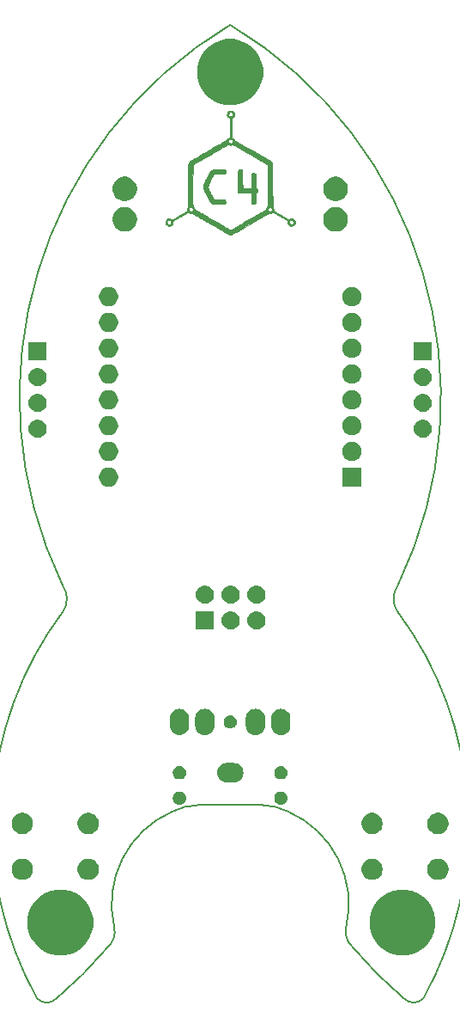
<source format=gts>
%TF.GenerationSoftware,KiCad,Pcbnew,5.1.0*%
%TF.CreationDate,2019-05-24T21:58:45+02:00*%
%TF.ProjectId,c4-blinkenrocket,63342d62-6c69-46e6-9b65-6e726f636b65,rev?*%
%TF.SameCoordinates,PX5f5e100PY8f0d180*%
%TF.FileFunction,Soldermask,Top*%
%TF.FilePolarity,Negative*%
%FSLAX46Y46*%
G04 Gerber Fmt 4.6, Leading zero omitted, Abs format (unit mm)*
G04 Created by KiCad (PCBNEW 5.1.0) date 2019-05-24 21:58:45*
%MOMM*%
%LPD*%
G04 APERTURE LIST*
%ADD10C,0.150000*%
%ADD11C,0.010000*%
G04 APERTURE END LIST*
D10*
X8493601Y41400284D02*
G75*
G02X8493600Y38860285I-1813748J-1269999D01*
G01*
X8493601Y38860285D02*
G75*
G03X5953600Y760285I28064427J-21005629D01*
G01*
X13573600Y7745285D02*
G75*
G02X19288600Y19175285I9668372J2309564D01*
G01*
X21828600Y19810285D02*
X28178600Y19810285D01*
X28178600Y19810285D02*
G75*
G02X30718600Y19175285I-162149J-6046100D01*
G01*
X25003600Y96645284D02*
G75*
G02X41513600Y41400285I-21889669J-36631251D01*
G01*
X41513600Y41400285D02*
G75*
G03X41513600Y38860285I1813748J-1270000D01*
G01*
X41513600Y38860284D02*
G75*
G02X44053600Y760285I-28064427J-21005628D01*
G01*
X44053599Y760285D02*
G75*
G02X42148600Y760285I-952499J922906D01*
G01*
X42148600Y760285D02*
G75*
G02X37068600Y5840285I27666882J32746882D01*
G01*
X37068600Y5840284D02*
G75*
G02X36433600Y7745285I1332279J1502427D01*
G01*
X36433601Y7745286D02*
G75*
G03X30718600Y19175285I-9668372J2309563D01*
G01*
X21828600Y19810285D02*
G75*
G03X19288600Y19175285I162150J-6046100D01*
G01*
X25003601Y96645286D02*
G75*
G03X8493600Y41400285I21889669J-36631253D01*
G01*
X5953601Y760285D02*
G75*
G03X7858600Y760285I952499J922906D01*
G01*
X12938600Y5840285D02*
G75*
G03X13573600Y7745285I-1332278J1502426D01*
G01*
X7858600Y760285D02*
G75*
G03X12938600Y5840285I-27666882J32746882D01*
G01*
D11*
G36*
X26056572Y82429498D02*
G01*
X26109323Y82411085D01*
X26151201Y82378719D01*
X26184792Y82330999D01*
X26185558Y82329577D01*
X26189198Y82322563D01*
X26192393Y82315132D01*
X26195178Y82306025D01*
X26197585Y82293983D01*
X26199648Y82277746D01*
X26201401Y82256055D01*
X26202876Y82227651D01*
X26204106Y82191274D01*
X26205126Y82145666D01*
X26205969Y82089566D01*
X26206666Y82021716D01*
X26207253Y81940856D01*
X26207762Y81845728D01*
X26208226Y81735070D01*
X26208680Y81607625D01*
X26209155Y81462134D01*
X26209247Y81433250D01*
X26211995Y80576000D01*
X27061307Y80576000D01*
X27061546Y81218327D01*
X27061755Y81356599D01*
X27062267Y81481332D01*
X27063070Y81591711D01*
X27064151Y81686921D01*
X27065498Y81766149D01*
X27067099Y81828577D01*
X27068942Y81873392D01*
X27071015Y81899779D01*
X27071816Y81904616D01*
X27094201Y81963302D01*
X27131013Y82011629D01*
X27170199Y82041015D01*
X27219613Y82059121D01*
X27276001Y82064389D01*
X27334332Y82057851D01*
X27389575Y82040540D01*
X27436699Y82013490D01*
X27469452Y81979578D01*
X27483627Y81950935D01*
X27495925Y81913166D01*
X27501146Y81888949D01*
X27502891Y81868492D01*
X27504518Y81830180D01*
X27506005Y81775699D01*
X27507326Y81706732D01*
X27508459Y81624964D01*
X27509380Y81532079D01*
X27510065Y81429761D01*
X27510492Y81319695D01*
X27510635Y81209754D01*
X27510726Y81078260D01*
X27510989Y80965124D01*
X27511447Y80869165D01*
X27512123Y80789203D01*
X27513039Y80724058D01*
X27514218Y80672549D01*
X27515684Y80633496D01*
X27517460Y80605719D01*
X27519568Y80588038D01*
X27522031Y80579271D01*
X27522904Y80578152D01*
X27539370Y80569656D01*
X27566522Y80559999D01*
X27578987Y80556407D01*
X27634387Y80534708D01*
X27675147Y80502353D01*
X27702258Y80457863D01*
X27716714Y80399758D01*
X27719848Y80346423D01*
X27718442Y80300016D01*
X27713382Y80266033D01*
X27703402Y80237508D01*
X27698115Y80226761D01*
X27664385Y80182286D01*
X27617524Y80148609D01*
X27562536Y80129255D01*
X27558702Y80128560D01*
X27515577Y80121205D01*
X27510299Y79637891D01*
X27509012Y79523378D01*
X27507747Y79426698D01*
X27506338Y79346149D01*
X27504621Y79280025D01*
X27502428Y79226623D01*
X27499594Y79184240D01*
X27495954Y79151171D01*
X27491342Y79125713D01*
X27485591Y79106161D01*
X27478536Y79090812D01*
X27470011Y79077962D01*
X27459851Y79065907D01*
X27454021Y79059553D01*
X27418055Y79033841D01*
X27367756Y79016745D01*
X27306657Y79008971D01*
X27238291Y79011225D01*
X27222122Y79013207D01*
X27165916Y79026320D01*
X27124426Y79048989D01*
X27094355Y79083195D01*
X27088269Y79093721D01*
X27083322Y79103287D01*
X27079165Y79113035D01*
X27075718Y79124680D01*
X27072902Y79139939D01*
X27070638Y79160528D01*
X27068844Y79188165D01*
X27067443Y79224564D01*
X27066353Y79271443D01*
X27065495Y79330518D01*
X27064790Y79403505D01*
X27064158Y79492120D01*
X27063520Y79598081D01*
X27063330Y79630827D01*
X27060468Y80126616D01*
X25762000Y80126616D01*
X25762000Y81176327D01*
X25762092Y81370222D01*
X25762371Y81544774D01*
X25762838Y81700180D01*
X25763496Y81836634D01*
X25764345Y81954333D01*
X25765388Y82053470D01*
X25766626Y82134242D01*
X25768063Y82196845D01*
X25769699Y82241472D01*
X25771536Y82268321D01*
X25772502Y82275008D01*
X25793576Y82335638D01*
X25827766Y82381863D01*
X25875178Y82413764D01*
X25935920Y82431419D01*
X25990362Y82435360D01*
X26056572Y82429498D01*
X26056572Y82429498D01*
G37*
X26056572Y82429498D02*
X26109323Y82411085D01*
X26151201Y82378719D01*
X26184792Y82330999D01*
X26185558Y82329577D01*
X26189198Y82322563D01*
X26192393Y82315132D01*
X26195178Y82306025D01*
X26197585Y82293983D01*
X26199648Y82277746D01*
X26201401Y82256055D01*
X26202876Y82227651D01*
X26204106Y82191274D01*
X26205126Y82145666D01*
X26205969Y82089566D01*
X26206666Y82021716D01*
X26207253Y81940856D01*
X26207762Y81845728D01*
X26208226Y81735070D01*
X26208680Y81607625D01*
X26209155Y81462134D01*
X26209247Y81433250D01*
X26211995Y80576000D01*
X27061307Y80576000D01*
X27061546Y81218327D01*
X27061755Y81356599D01*
X27062267Y81481332D01*
X27063070Y81591711D01*
X27064151Y81686921D01*
X27065498Y81766149D01*
X27067099Y81828577D01*
X27068942Y81873392D01*
X27071015Y81899779D01*
X27071816Y81904616D01*
X27094201Y81963302D01*
X27131013Y82011629D01*
X27170199Y82041015D01*
X27219613Y82059121D01*
X27276001Y82064389D01*
X27334332Y82057851D01*
X27389575Y82040540D01*
X27436699Y82013490D01*
X27469452Y81979578D01*
X27483627Y81950935D01*
X27495925Y81913166D01*
X27501146Y81888949D01*
X27502891Y81868492D01*
X27504518Y81830180D01*
X27506005Y81775699D01*
X27507326Y81706732D01*
X27508459Y81624964D01*
X27509380Y81532079D01*
X27510065Y81429761D01*
X27510492Y81319695D01*
X27510635Y81209754D01*
X27510726Y81078260D01*
X27510989Y80965124D01*
X27511447Y80869165D01*
X27512123Y80789203D01*
X27513039Y80724058D01*
X27514218Y80672549D01*
X27515684Y80633496D01*
X27517460Y80605719D01*
X27519568Y80588038D01*
X27522031Y80579271D01*
X27522904Y80578152D01*
X27539370Y80569656D01*
X27566522Y80559999D01*
X27578987Y80556407D01*
X27634387Y80534708D01*
X27675147Y80502353D01*
X27702258Y80457863D01*
X27716714Y80399758D01*
X27719848Y80346423D01*
X27718442Y80300016D01*
X27713382Y80266033D01*
X27703402Y80237508D01*
X27698115Y80226761D01*
X27664385Y80182286D01*
X27617524Y80148609D01*
X27562536Y80129255D01*
X27558702Y80128560D01*
X27515577Y80121205D01*
X27510299Y79637891D01*
X27509012Y79523378D01*
X27507747Y79426698D01*
X27506338Y79346149D01*
X27504621Y79280025D01*
X27502428Y79226623D01*
X27499594Y79184240D01*
X27495954Y79151171D01*
X27491342Y79125713D01*
X27485591Y79106161D01*
X27478536Y79090812D01*
X27470011Y79077962D01*
X27459851Y79065907D01*
X27454021Y79059553D01*
X27418055Y79033841D01*
X27367756Y79016745D01*
X27306657Y79008971D01*
X27238291Y79011225D01*
X27222122Y79013207D01*
X27165916Y79026320D01*
X27124426Y79048989D01*
X27094355Y79083195D01*
X27088269Y79093721D01*
X27083322Y79103287D01*
X27079165Y79113035D01*
X27075718Y79124680D01*
X27072902Y79139939D01*
X27070638Y79160528D01*
X27068844Y79188165D01*
X27067443Y79224564D01*
X27066353Y79271443D01*
X27065495Y79330518D01*
X27064790Y79403505D01*
X27064158Y79492120D01*
X27063520Y79598081D01*
X27063330Y79630827D01*
X27060468Y80126616D01*
X25762000Y80126616D01*
X25762000Y81176327D01*
X25762092Y81370222D01*
X25762371Y81544774D01*
X25762838Y81700180D01*
X25763496Y81836634D01*
X25764345Y81954333D01*
X25765388Y82053470D01*
X25766626Y82134242D01*
X25768063Y82196845D01*
X25769699Y82241472D01*
X25771536Y82268321D01*
X25772502Y82275008D01*
X25793576Y82335638D01*
X25827766Y82381863D01*
X25875178Y82413764D01*
X25935920Y82431419D01*
X25990362Y82435360D01*
X26056572Y82429498D01*
G36*
X24442775Y82412616D02*
G01*
X24490609Y82375291D01*
X24525160Y82326427D01*
X24545457Y82269658D01*
X24550531Y82208616D01*
X24539410Y82146935D01*
X24523750Y82109569D01*
X24501543Y82074073D01*
X24474626Y82047989D01*
X24443154Y82027857D01*
X24389423Y81997423D01*
X23920500Y81992539D01*
X23809548Y81991399D01*
X23716363Y81990341D01*
X23639177Y81989143D01*
X23576220Y81987584D01*
X23525724Y81985444D01*
X23485921Y81982500D01*
X23455040Y81978532D01*
X23431314Y81973319D01*
X23412973Y81966640D01*
X23398250Y81958273D01*
X23385374Y81947997D01*
X23372577Y81935591D01*
X23359661Y81922417D01*
X23348688Y81906970D01*
X23330250Y81875918D01*
X23305354Y81831258D01*
X23275008Y81774991D01*
X23240220Y81709116D01*
X23201999Y81635632D01*
X23161353Y81556539D01*
X23119289Y81473835D01*
X23076815Y81389520D01*
X23034940Y81305593D01*
X22994672Y81224054D01*
X22957018Y81146901D01*
X22922987Y81076134D01*
X22893587Y81013753D01*
X22869826Y80961756D01*
X22852711Y80922143D01*
X22844421Y80900531D01*
X22825100Y80820034D01*
X22817329Y80731055D01*
X22821438Y80641108D01*
X22830616Y80585769D01*
X22838633Y80559343D01*
X22853986Y80519947D01*
X22877021Y80466818D01*
X22908086Y80399194D01*
X22947527Y80316310D01*
X22995691Y80217405D01*
X23026014Y80155923D01*
X23067258Y80072511D01*
X23107796Y79990342D01*
X23146353Y79912012D01*
X23181657Y79840114D01*
X23212436Y79777242D01*
X23237414Y79725988D01*
X23255321Y79688947D01*
X23258753Y79681772D01*
X23290419Y79618331D01*
X23318358Y79570176D01*
X23345144Y79534101D01*
X23373351Y79506897D01*
X23405554Y79485356D01*
X23424238Y79475571D01*
X23479538Y79448515D01*
X23919827Y79446722D01*
X24044907Y79445967D01*
X24150817Y79444795D01*
X24237924Y79443196D01*
X24306593Y79441159D01*
X24357188Y79438675D01*
X24390075Y79435733D01*
X24402188Y79433554D01*
X24456229Y79409425D01*
X24499715Y79370793D01*
X24530647Y79320722D01*
X24547024Y79262275D01*
X24548165Y79209980D01*
X24534131Y79142476D01*
X24505913Y79087061D01*
X24464444Y79044962D01*
X24410657Y79017408D01*
X24399192Y79013937D01*
X24380415Y79011541D01*
X24344545Y79009500D01*
X24294026Y79007813D01*
X24231300Y79006481D01*
X24158810Y79005508D01*
X24079000Y79004892D01*
X23994311Y79004635D01*
X23907188Y79004739D01*
X23820072Y79005205D01*
X23735407Y79006033D01*
X23655636Y79007224D01*
X23583201Y79008781D01*
X23520545Y79010703D01*
X23470112Y79012992D01*
X23461346Y79013517D01*
X23371216Y79022451D01*
X23295535Y79037613D01*
X23229856Y79060257D01*
X23169732Y79091637D01*
X23157795Y79099194D01*
X23093920Y79148551D01*
X23031562Y79210955D01*
X22976533Y79280392D01*
X22962915Y79300769D01*
X22950753Y79321797D01*
X22931068Y79358310D01*
X22904899Y79408230D01*
X22873283Y79469479D01*
X22837258Y79539978D01*
X22797864Y79617651D01*
X22756136Y79700418D01*
X22713114Y79786201D01*
X22669835Y79872923D01*
X22627337Y79958505D01*
X22586659Y80040869D01*
X22548838Y80117937D01*
X22514912Y80187631D01*
X22485919Y80247873D01*
X22462898Y80296584D01*
X22446885Y80331686D01*
X22440670Y80346365D01*
X22397525Y80481198D01*
X22373813Y80617268D01*
X22369520Y80753935D01*
X22384630Y80890560D01*
X22419129Y81026504D01*
X22458793Y81130077D01*
X22476381Y81168654D01*
X22500850Y81220316D01*
X22531152Y81282986D01*
X22566234Y81354589D01*
X22605046Y81433049D01*
X22646539Y81516287D01*
X22689660Y81602229D01*
X22733361Y81688798D01*
X22776590Y81773917D01*
X22818296Y81855510D01*
X22857430Y81931501D01*
X22892941Y81999814D01*
X22923777Y82058371D01*
X22948890Y82105097D01*
X22967228Y82137915D01*
X22975891Y82152134D01*
X23045842Y82240025D01*
X23127399Y82312269D01*
X23219987Y82368471D01*
X23323032Y82408237D01*
X23363654Y82418696D01*
X23383513Y82422784D01*
X23404891Y82426200D01*
X23429674Y82429003D01*
X23459750Y82431255D01*
X23497006Y82433017D01*
X23543328Y82434350D01*
X23600604Y82435314D01*
X23670721Y82435971D01*
X23755565Y82436381D01*
X23857024Y82436605D01*
X23920500Y82436672D01*
X24399192Y82437039D01*
X24442775Y82412616D01*
X24442775Y82412616D01*
G37*
X24442775Y82412616D02*
X24490609Y82375291D01*
X24525160Y82326427D01*
X24545457Y82269658D01*
X24550531Y82208616D01*
X24539410Y82146935D01*
X24523750Y82109569D01*
X24501543Y82074073D01*
X24474626Y82047989D01*
X24443154Y82027857D01*
X24389423Y81997423D01*
X23920500Y81992539D01*
X23809548Y81991399D01*
X23716363Y81990341D01*
X23639177Y81989143D01*
X23576220Y81987584D01*
X23525724Y81985444D01*
X23485921Y81982500D01*
X23455040Y81978532D01*
X23431314Y81973319D01*
X23412973Y81966640D01*
X23398250Y81958273D01*
X23385374Y81947997D01*
X23372577Y81935591D01*
X23359661Y81922417D01*
X23348688Y81906970D01*
X23330250Y81875918D01*
X23305354Y81831258D01*
X23275008Y81774991D01*
X23240220Y81709116D01*
X23201999Y81635632D01*
X23161353Y81556539D01*
X23119289Y81473835D01*
X23076815Y81389520D01*
X23034940Y81305593D01*
X22994672Y81224054D01*
X22957018Y81146901D01*
X22922987Y81076134D01*
X22893587Y81013753D01*
X22869826Y80961756D01*
X22852711Y80922143D01*
X22844421Y80900531D01*
X22825100Y80820034D01*
X22817329Y80731055D01*
X22821438Y80641108D01*
X22830616Y80585769D01*
X22838633Y80559343D01*
X22853986Y80519947D01*
X22877021Y80466818D01*
X22908086Y80399194D01*
X22947527Y80316310D01*
X22995691Y80217405D01*
X23026014Y80155923D01*
X23067258Y80072511D01*
X23107796Y79990342D01*
X23146353Y79912012D01*
X23181657Y79840114D01*
X23212436Y79777242D01*
X23237414Y79725988D01*
X23255321Y79688947D01*
X23258753Y79681772D01*
X23290419Y79618331D01*
X23318358Y79570176D01*
X23345144Y79534101D01*
X23373351Y79506897D01*
X23405554Y79485356D01*
X23424238Y79475571D01*
X23479538Y79448515D01*
X23919827Y79446722D01*
X24044907Y79445967D01*
X24150817Y79444795D01*
X24237924Y79443196D01*
X24306593Y79441159D01*
X24357188Y79438675D01*
X24390075Y79435733D01*
X24402188Y79433554D01*
X24456229Y79409425D01*
X24499715Y79370793D01*
X24530647Y79320722D01*
X24547024Y79262275D01*
X24548165Y79209980D01*
X24534131Y79142476D01*
X24505913Y79087061D01*
X24464444Y79044962D01*
X24410657Y79017408D01*
X24399192Y79013937D01*
X24380415Y79011541D01*
X24344545Y79009500D01*
X24294026Y79007813D01*
X24231300Y79006481D01*
X24158810Y79005508D01*
X24079000Y79004892D01*
X23994311Y79004635D01*
X23907188Y79004739D01*
X23820072Y79005205D01*
X23735407Y79006033D01*
X23655636Y79007224D01*
X23583201Y79008781D01*
X23520545Y79010703D01*
X23470112Y79012992D01*
X23461346Y79013517D01*
X23371216Y79022451D01*
X23295535Y79037613D01*
X23229856Y79060257D01*
X23169732Y79091637D01*
X23157795Y79099194D01*
X23093920Y79148551D01*
X23031562Y79210955D01*
X22976533Y79280392D01*
X22962915Y79300769D01*
X22950753Y79321797D01*
X22931068Y79358310D01*
X22904899Y79408230D01*
X22873283Y79469479D01*
X22837258Y79539978D01*
X22797864Y79617651D01*
X22756136Y79700418D01*
X22713114Y79786201D01*
X22669835Y79872923D01*
X22627337Y79958505D01*
X22586659Y80040869D01*
X22548838Y80117937D01*
X22514912Y80187631D01*
X22485919Y80247873D01*
X22462898Y80296584D01*
X22446885Y80331686D01*
X22440670Y80346365D01*
X22397525Y80481198D01*
X22373813Y80617268D01*
X22369520Y80753935D01*
X22384630Y80890560D01*
X22419129Y81026504D01*
X22458793Y81130077D01*
X22476381Y81168654D01*
X22500850Y81220316D01*
X22531152Y81282986D01*
X22566234Y81354589D01*
X22605046Y81433049D01*
X22646539Y81516287D01*
X22689660Y81602229D01*
X22733361Y81688798D01*
X22776590Y81773917D01*
X22818296Y81855510D01*
X22857430Y81931501D01*
X22892941Y81999814D01*
X22923777Y82058371D01*
X22948890Y82105097D01*
X22967228Y82137915D01*
X22975891Y82152134D01*
X23045842Y82240025D01*
X23127399Y82312269D01*
X23219987Y82368471D01*
X23323032Y82408237D01*
X23363654Y82418696D01*
X23383513Y82422784D01*
X23404891Y82426200D01*
X23429674Y82429003D01*
X23459750Y82431255D01*
X23497006Y82433017D01*
X23543328Y82434350D01*
X23600604Y82435314D01*
X23670721Y82435971D01*
X23755565Y82436381D01*
X23857024Y82436605D01*
X23920500Y82436672D01*
X24399192Y82437039D01*
X24442775Y82412616D01*
G36*
X25090737Y88200393D02*
G01*
X25124172Y88198078D01*
X25150869Y88192683D01*
X25177222Y88182950D01*
X25207164Y88168836D01*
X25278079Y88123838D01*
X25335366Y88066777D01*
X25378113Y88000211D01*
X25405405Y87926694D01*
X25416329Y87848781D01*
X25409973Y87769029D01*
X25385423Y87689994D01*
X25381434Y87681155D01*
X25338754Y87611253D01*
X25280853Y87552550D01*
X25206852Y87504203D01*
X25187947Y87494691D01*
X25112346Y87458423D01*
X25112346Y85573089D01*
X25187640Y85535925D01*
X25263424Y85490832D01*
X25323710Y85437064D01*
X25371695Y85371618D01*
X25381949Y85353443D01*
X25415192Y85291485D01*
X26538654Y84642720D01*
X26690208Y84555216D01*
X26846852Y84464800D01*
X27006670Y84372575D01*
X27167748Y84279647D01*
X27328170Y84187118D01*
X27486023Y84096093D01*
X27639392Y84007675D01*
X27786361Y83922968D01*
X27925018Y83843077D01*
X28053445Y83769105D01*
X28169731Y83702155D01*
X28271958Y83643332D01*
X28316654Y83617629D01*
X28421626Y83557168D01*
X28522480Y83498872D01*
X28617809Y83443566D01*
X28706207Y83392076D01*
X28786268Y83345227D01*
X28856588Y83303843D01*
X28915760Y83268749D01*
X28962379Y83240772D01*
X28995039Y83220735D01*
X29012335Y83209464D01*
X29013413Y83208661D01*
X29075220Y83149254D01*
X29123608Y83078338D01*
X29144869Y83031847D01*
X29166577Y82974346D01*
X29171461Y80859308D01*
X29176346Y78744269D01*
X29214087Y78692716D01*
X29254168Y78623209D01*
X29279158Y78546967D01*
X29287999Y78468693D01*
X29280636Y78397462D01*
X29276407Y78369752D01*
X29276312Y78348248D01*
X29276546Y78346975D01*
X29280774Y78342313D01*
X29292730Y78333397D01*
X29313035Y78319860D01*
X29342310Y78301338D01*
X29381175Y78277466D01*
X29430250Y78247878D01*
X29490157Y78212210D01*
X29561516Y78170096D01*
X29644948Y78121170D01*
X29741073Y78065069D01*
X29850511Y78001427D01*
X29973885Y77929878D01*
X30111813Y77850057D01*
X30264917Y77761600D01*
X30433818Y77664141D01*
X30596966Y77570090D01*
X30644983Y77542946D01*
X30687923Y77519657D01*
X30722607Y77501871D01*
X30745858Y77491234D01*
X30753603Y77488923D01*
X30769634Y77493985D01*
X30795746Y77507180D01*
X30822791Y77523455D01*
X30892082Y77560307D01*
X30962458Y77580406D01*
X31039906Y77585314D01*
X31057447Y77584571D01*
X31140433Y77570514D01*
X31215636Y77539204D01*
X31281057Y77491963D01*
X31334695Y77430110D01*
X31361852Y77383595D01*
X31376428Y77352654D01*
X31385772Y77327208D01*
X31391038Y77301218D01*
X31393381Y77268640D01*
X31393956Y77223434D01*
X31393961Y77215590D01*
X31393449Y77167208D01*
X31391255Y77132567D01*
X31386391Y77105884D01*
X31377868Y77081374D01*
X31367049Y77058008D01*
X31333291Y77005211D01*
X31286517Y76953534D01*
X31232695Y76908723D01*
X31179459Y76877283D01*
X31103196Y76852127D01*
X31026956Y76844829D01*
X30952762Y76853810D01*
X30882637Y76877492D01*
X30818605Y76914298D01*
X30762691Y76962649D01*
X30716916Y77020967D01*
X30683306Y77087673D01*
X30663883Y77161190D01*
X30662255Y77201107D01*
X30814300Y77201107D01*
X30828793Y77138870D01*
X30836080Y77121605D01*
X30869421Y77071788D01*
X30915312Y77033910D01*
X30969773Y77009491D01*
X31028823Y77000052D01*
X31088484Y77007114D01*
X31113410Y77015634D01*
X31166856Y77047899D01*
X31208150Y77093071D01*
X31235400Y77147514D01*
X31246712Y77207596D01*
X31241933Y77262462D01*
X31219392Y77323626D01*
X31182807Y77373347D01*
X31134619Y77409617D01*
X31077271Y77430427D01*
X31032500Y77434716D01*
X30968088Y77425631D01*
X30912686Y77401085D01*
X30867949Y77363719D01*
X30835534Y77316173D01*
X30817099Y77261089D01*
X30814300Y77201107D01*
X30662255Y77201107D01*
X30660671Y77239940D01*
X30665325Y77278243D01*
X30671130Y77325028D01*
X30669178Y77354571D01*
X30666817Y77360683D01*
X30656533Y77369258D01*
X30631060Y77386424D01*
X30592182Y77411090D01*
X30541682Y77442168D01*
X30481345Y77478567D01*
X30412953Y77519198D01*
X30338289Y77562972D01*
X30287959Y77592177D01*
X30191568Y77647891D01*
X30084307Y77709894D01*
X29970952Y77775425D01*
X29856282Y77841719D01*
X29745074Y77906017D01*
X29642106Y77965554D01*
X29567510Y78008691D01*
X29491684Y78052344D01*
X29420782Y78092781D01*
X29356654Y78128977D01*
X29301148Y78159904D01*
X29256115Y78184536D01*
X29223402Y78201847D01*
X29204859Y78210810D01*
X29201589Y78211846D01*
X29186533Y78206522D01*
X29161367Y78192591D01*
X29132809Y78173932D01*
X29078519Y78140552D01*
X29025542Y78119139D01*
X28967245Y78107737D01*
X28897268Y78104385D01*
X28847919Y78102731D01*
X28806364Y78098192D01*
X28778326Y78091405D01*
X28777555Y78091091D01*
X28763332Y78083771D01*
X28732287Y78066675D01*
X28684492Y78039844D01*
X28620017Y78003319D01*
X28538933Y77957140D01*
X28441311Y77901349D01*
X28327223Y77835987D01*
X28196741Y77761094D01*
X28049934Y77676712D01*
X27886874Y77582880D01*
X27707632Y77479641D01*
X27512280Y77367035D01*
X27300888Y77245103D01*
X27073529Y77113886D01*
X26830271Y76973424D01*
X26571188Y76823759D01*
X26296350Y76664932D01*
X26186961Y76601701D01*
X26026543Y76509099D01*
X25877334Y76423233D01*
X25739877Y76344409D01*
X25614714Y76272933D01*
X25502389Y76209111D01*
X25403442Y76153248D01*
X25318418Y76105652D01*
X25247859Y76066626D01*
X25192307Y76036479D01*
X25152305Y76015515D01*
X25128396Y76004040D01*
X25123687Y76002245D01*
X25044063Y75986842D01*
X24963907Y75989043D01*
X24901775Y76003800D01*
X24884498Y76011707D01*
X24851816Y76028622D01*
X24805206Y76053721D01*
X24746144Y76086177D01*
X24676109Y76125164D01*
X24596578Y76169857D01*
X24509027Y76219428D01*
X24414934Y76273054D01*
X24315777Y76329906D01*
X24227698Y76380681D01*
X24118637Y76443708D01*
X24008373Y76507431D01*
X23899038Y76570617D01*
X23792767Y76632032D01*
X23691694Y76690444D01*
X23597952Y76744618D01*
X23513677Y76793322D01*
X23441001Y76835323D01*
X23382059Y76869386D01*
X23358769Y76882846D01*
X23315477Y76907866D01*
X23256789Y76941786D01*
X23184228Y76983725D01*
X23099314Y77032805D01*
X23003567Y77088147D01*
X22898509Y77148872D01*
X22785659Y77214101D01*
X22666540Y77282954D01*
X22542672Y77354552D01*
X22415576Y77428017D01*
X22286772Y77502470D01*
X22194527Y77555791D01*
X22071070Y77627107D01*
X21952044Y77695774D01*
X21838576Y77761145D01*
X21731796Y77822573D01*
X21632833Y77879412D01*
X21542817Y77931016D01*
X21462875Y77976738D01*
X21394137Y78015932D01*
X21337733Y78047951D01*
X21294790Y78072149D01*
X21266438Y78087879D01*
X21253806Y78094495D01*
X21253603Y78094576D01*
X21232099Y78099084D01*
X21197432Y78102498D01*
X21155970Y78104261D01*
X21142070Y78104385D01*
X21072950Y78107444D01*
X21015999Y78117829D01*
X20964644Y78137352D01*
X20912568Y78167655D01*
X20881583Y78185969D01*
X20855377Y78197433D01*
X20840247Y78199754D01*
X20828347Y78194004D01*
X20801164Y78179299D01*
X20760194Y78156503D01*
X20706931Y78126483D01*
X20642870Y78090104D01*
X20569505Y78048230D01*
X20488330Y78001729D01*
X20400839Y77951464D01*
X20308528Y77898302D01*
X20212891Y77843108D01*
X20115422Y77786748D01*
X20017616Y77730086D01*
X19920966Y77673988D01*
X19826968Y77619320D01*
X19737116Y77566946D01*
X19652904Y77517734D01*
X19575827Y77472547D01*
X19507380Y77432251D01*
X19449056Y77397712D01*
X19402350Y77369796D01*
X19368757Y77349367D01*
X19349771Y77337291D01*
X19346057Y77334476D01*
X19339360Y77315403D01*
X19335172Y77279859D01*
X19333846Y77234829D01*
X19328342Y77148551D01*
X19310973Y77075529D01*
X19280449Y77012592D01*
X19235483Y76956569D01*
X19211629Y76934029D01*
X19152325Y76891340D01*
X19087585Y76864284D01*
X19013457Y76851473D01*
X18972384Y76849976D01*
X18918882Y76851859D01*
X18876347Y76858391D01*
X18836492Y76870893D01*
X18833205Y76872178D01*
X18769033Y76906996D01*
X18710027Y76956940D01*
X18660835Y77017604D01*
X18638024Y77057194D01*
X18622722Y77089981D01*
X18613254Y77117002D01*
X18608241Y77145067D01*
X18606303Y77180988D01*
X18606095Y77207893D01*
X18751471Y77207893D01*
X18762244Y77149939D01*
X18790216Y77095627D01*
X18832889Y77049967D01*
X18887553Y77016762D01*
X18948572Y77001769D01*
X19014669Y77005214D01*
X19044520Y77012476D01*
X19085840Y77032935D01*
X19125653Y77066337D01*
X19157899Y77106622D01*
X19175293Y77143249D01*
X19186914Y77211470D01*
X19180019Y77274767D01*
X19154951Y77331882D01*
X19112056Y77381560D01*
X19109208Y77384034D01*
X19054594Y77419387D01*
X18996692Y77436066D01*
X18937689Y77434155D01*
X18879769Y77413737D01*
X18825116Y77374894D01*
X18823245Y77373160D01*
X18781880Y77322549D01*
X18757985Y77266445D01*
X18751471Y77207893D01*
X18606095Y77207893D01*
X18606038Y77215179D01*
X18606692Y77261476D01*
X18609536Y77295123D01*
X18615893Y77322993D01*
X18627088Y77351955D01*
X18636191Y77371693D01*
X18679919Y77443427D01*
X18735839Y77502364D01*
X18801539Y77546773D01*
X18874607Y77574917D01*
X18931976Y77584253D01*
X19004035Y77582562D01*
X19074479Y77566098D01*
X19147368Y77533705D01*
X19183752Y77512570D01*
X19218618Y77492497D01*
X19249548Y77477389D01*
X19271140Y77469809D01*
X19274813Y77469385D01*
X19285904Y77473673D01*
X19311621Y77486604D01*
X19352141Y77508279D01*
X19407644Y77538801D01*
X19478307Y77578270D01*
X19564311Y77626789D01*
X19665832Y77684459D01*
X19783050Y77751381D01*
X19916142Y77827656D01*
X20065289Y77913388D01*
X20230667Y78008676D01*
X20412456Y78113622D01*
X20610834Y78228328D01*
X20698804Y78279244D01*
X20729579Y78298409D01*
X20753141Y78315596D01*
X20764647Y78327253D01*
X20764847Y78327697D01*
X20765979Y78343703D01*
X20763726Y78372378D01*
X20759106Y78404242D01*
X20753432Y78491281D01*
X20753851Y78493934D01*
X20908495Y78493934D01*
X20912318Y78426419D01*
X20933671Y78367184D01*
X20971919Y78317376D01*
X21026426Y78278143D01*
X21028807Y78276877D01*
X21065877Y78265196D01*
X21113008Y78260957D01*
X21162253Y78264033D01*
X21205659Y78274299D01*
X21218647Y78279894D01*
X21247659Y78299152D01*
X21278343Y78326108D01*
X21291094Y78339763D01*
X21323802Y78391735D01*
X21339244Y78448441D01*
X21337977Y78506605D01*
X21320556Y78562949D01*
X21287536Y78614197D01*
X21239473Y78657070D01*
X21237034Y78658705D01*
X21212850Y78672996D01*
X21189728Y78681164D01*
X21160682Y78684839D01*
X21121615Y78685654D01*
X21080592Y78684720D01*
X21052077Y78680831D01*
X21029084Y78672355D01*
X21006197Y78658705D01*
X20956727Y78615600D01*
X20924372Y78563073D01*
X20909114Y78501092D01*
X20908495Y78493934D01*
X20753851Y78493934D01*
X20766713Y78575342D01*
X20798501Y78654467D01*
X20826687Y78699331D01*
X20857846Y78742316D01*
X20857889Y79949922D01*
X21298939Y79949922D01*
X21298992Y79787895D01*
X21299099Y79635521D01*
X21299261Y79493736D01*
X21299475Y79363477D01*
X21299740Y79245680D01*
X21300055Y79141282D01*
X21300419Y79051218D01*
X21300829Y78976426D01*
X21301284Y78917842D01*
X21301783Y78876401D01*
X21302325Y78853042D01*
X21302645Y78848217D01*
X21314816Y78818994D01*
X21342750Y78780589D01*
X21370508Y78749391D01*
X21414032Y78699730D01*
X21445234Y78654841D01*
X21467779Y78608258D01*
X21485328Y78553517D01*
X21488548Y78541072D01*
X21500631Y78502882D01*
X21514966Y78472089D01*
X21525590Y78457720D01*
X21536709Y78450324D01*
X21563650Y78433824D01*
X21605302Y78408871D01*
X21660558Y78376113D01*
X21728308Y78336199D01*
X21807443Y78289780D01*
X21896853Y78237503D01*
X21995431Y78180019D01*
X22102066Y78117976D01*
X22215650Y78052025D01*
X22335073Y77982813D01*
X22459227Y77910991D01*
X22484423Y77896431D01*
X22630615Y77811953D01*
X22786929Y77721603D01*
X22950670Y77626939D01*
X23119143Y77529520D01*
X23289654Y77430906D01*
X23459506Y77332654D01*
X23626007Y77236325D01*
X23786460Y77143475D01*
X23938171Y77055666D01*
X24078446Y76974454D01*
X24204589Y76901400D01*
X24208692Y76899023D01*
X24353229Y76815409D01*
X24481611Y76741388D01*
X24594493Y76676593D01*
X24692531Y76620659D01*
X24776380Y76573221D01*
X24846696Y76533912D01*
X24904133Y76502368D01*
X24949348Y76478222D01*
X24982995Y76461110D01*
X25005731Y76450664D01*
X25018209Y76446521D01*
X25019992Y76446444D01*
X25031500Y76451638D01*
X25058833Y76466041D01*
X25100925Y76489046D01*
X25156707Y76520049D01*
X25225111Y76558442D01*
X25305068Y76603620D01*
X25395511Y76654977D01*
X25495371Y76711906D01*
X25603581Y76773802D01*
X25719073Y76840059D01*
X25840777Y76910070D01*
X25967627Y76983229D01*
X26055530Y77034034D01*
X26203335Y77119531D01*
X26358805Y77209462D01*
X26519631Y77302491D01*
X26683504Y77397283D01*
X26848116Y77492502D01*
X27011158Y77586812D01*
X27170321Y77678878D01*
X27323295Y77767364D01*
X27467773Y77850935D01*
X27601445Y77928255D01*
X27722002Y77997990D01*
X27791725Y78038319D01*
X27901258Y78101828D01*
X28006008Y78162860D01*
X28104724Y78220668D01*
X28196158Y78274508D01*
X28279062Y78323635D01*
X28352185Y78367304D01*
X28414281Y78404771D01*
X28464099Y78435289D01*
X28500390Y78458114D01*
X28501194Y78458652D01*
X28699728Y78458652D01*
X28710416Y78401683D01*
X28735336Y78349619D01*
X28773811Y78305811D01*
X28825162Y78273607D01*
X28831516Y78270938D01*
X28863966Y78263754D01*
X28906930Y78261650D01*
X28952121Y78264388D01*
X28991252Y78271731D01*
X29003256Y78275865D01*
X29056362Y78307770D01*
X29096303Y78351700D01*
X29121988Y78404317D01*
X29132329Y78462285D01*
X29126234Y78522270D01*
X29102794Y78580622D01*
X29065607Y78631717D01*
X29021184Y78665627D01*
X28966455Y78684248D01*
X28927463Y78688866D01*
X28865606Y78686024D01*
X28814315Y78668720D01*
X28769490Y78635406D01*
X28759826Y78625491D01*
X28723756Y78573906D01*
X28703949Y78517176D01*
X28699728Y78458652D01*
X28501194Y78458652D01*
X28521906Y78472502D01*
X28527575Y78477265D01*
X28535820Y78497456D01*
X28545786Y78528347D01*
X28551749Y78549744D01*
X28581393Y78632386D01*
X28623823Y78700868D01*
X28659013Y78738744D01*
X28685766Y78765466D01*
X28707885Y78791201D01*
X28718442Y78806736D01*
X28720013Y78819413D01*
X28721497Y78850505D01*
X28722892Y78898889D01*
X28724198Y78963443D01*
X28725416Y79043044D01*
X28726544Y79136570D01*
X28727583Y79242899D01*
X28728533Y79360908D01*
X28729392Y79489475D01*
X28730161Y79627477D01*
X28730839Y79773792D01*
X28731427Y79927297D01*
X28731923Y80086870D01*
X28732328Y80251388D01*
X28732641Y80419729D01*
X28732862Y80590771D01*
X28732991Y80763392D01*
X28733027Y80936467D01*
X28732970Y81108876D01*
X28732820Y81279496D01*
X28732576Y81447204D01*
X28732239Y81610878D01*
X28731808Y81769396D01*
X28731282Y81921635D01*
X28730661Y82066472D01*
X28729946Y82202785D01*
X28729135Y82329452D01*
X28728229Y82445350D01*
X28727227Y82549358D01*
X28726129Y82640351D01*
X28724934Y82717208D01*
X28723643Y82778807D01*
X28722255Y82824025D01*
X28720770Y82851740D01*
X28719490Y82860596D01*
X28707923Y82871086D01*
X28679339Y82890873D01*
X28633719Y82919969D01*
X28571045Y82958383D01*
X28491299Y83006128D01*
X28394463Y83063214D01*
X28280518Y83129652D01*
X28165230Y83196353D01*
X28088031Y83240890D01*
X27995568Y83294247D01*
X27889496Y83355469D01*
X27771468Y83423600D01*
X27643139Y83497687D01*
X27506163Y83576772D01*
X27362193Y83659903D01*
X27212884Y83746122D01*
X27059890Y83834477D01*
X26904865Y83924010D01*
X26749463Y84013767D01*
X26595338Y84102794D01*
X26449758Y84186892D01*
X26299693Y84273486D01*
X26156228Y84356078D01*
X26020202Y84434192D01*
X25892456Y84507353D01*
X25773830Y84575084D01*
X25665164Y84636910D01*
X25567299Y84692356D01*
X25481073Y84740946D01*
X25407329Y84782203D01*
X25346904Y84815653D01*
X25300641Y84840819D01*
X25269378Y84857226D01*
X25253956Y84864398D01*
X25252689Y84864693D01*
X25230906Y84861447D01*
X25198748Y84853032D01*
X25170623Y84843848D01*
X25089808Y84824722D01*
X25008676Y84824322D01*
X24930065Y84842586D01*
X24912077Y84849659D01*
X24875382Y84864141D01*
X24841595Y84875514D01*
X24819269Y84881066D01*
X24812523Y84880540D01*
X24801499Y84877177D01*
X24785306Y84870480D01*
X24763048Y84859951D01*
X24733832Y84845093D01*
X24696765Y84825410D01*
X24650952Y84800403D01*
X24595501Y84769576D01*
X24529516Y84732431D01*
X24452106Y84688472D01*
X24362375Y84637200D01*
X24259430Y84578120D01*
X24142377Y84510733D01*
X24010324Y84434543D01*
X23862375Y84349052D01*
X23847040Y84340185D01*
X23700887Y84255687D01*
X23544878Y84165510D01*
X23381668Y84071189D01*
X23213909Y83974256D01*
X23044257Y83876244D01*
X22875365Y83778687D01*
X22709888Y83683117D01*
X22550478Y83591067D01*
X22399790Y83504070D01*
X22260478Y83423659D01*
X22135196Y83351368D01*
X22125159Y83345577D01*
X22011331Y83279868D01*
X21902037Y83216695D01*
X21798502Y83156771D01*
X21701952Y83100811D01*
X21613616Y83049527D01*
X21534718Y83003633D01*
X21466485Y82963842D01*
X21410144Y82930869D01*
X21366921Y82905426D01*
X21338042Y82888226D01*
X21324734Y82879984D01*
X21324273Y82879655D01*
X21302346Y82863117D01*
X21299559Y80872078D01*
X21299313Y80675832D01*
X21299129Y80484557D01*
X21299007Y80299190D01*
X21298944Y80120666D01*
X21298939Y79949922D01*
X20857889Y79949922D01*
X20857920Y80819254D01*
X20857976Y81096156D01*
X20858127Y81353591D01*
X20858371Y81591632D01*
X20858709Y81810352D01*
X20859142Y82009822D01*
X20859670Y82190115D01*
X20860293Y82351303D01*
X20861012Y82493458D01*
X20861826Y82616653D01*
X20862737Y82720959D01*
X20863744Y82806449D01*
X20864849Y82873196D01*
X20866050Y82921270D01*
X20867350Y82950745D01*
X20868202Y82959693D01*
X20890226Y83044681D01*
X20927105Y83117230D01*
X20973233Y83172368D01*
X20986334Y83183183D01*
X21008337Y83198758D01*
X21039975Y83219529D01*
X21081986Y83245937D01*
X21135106Y83278420D01*
X21200070Y83317416D01*
X21277614Y83363364D01*
X21368475Y83416702D01*
X21473388Y83477870D01*
X21593090Y83547306D01*
X21728317Y83625448D01*
X21879804Y83712736D01*
X21884665Y83715533D01*
X22147108Y83866587D01*
X22393115Y84008225D01*
X22623199Y84140745D01*
X22837875Y84264450D01*
X23037657Y84379639D01*
X23223058Y84486613D01*
X23394593Y84585673D01*
X23552775Y84677119D01*
X23698119Y84761251D01*
X23831139Y84838370D01*
X23952349Y84908777D01*
X24062263Y84972773D01*
X24161394Y85030656D01*
X24250257Y85082730D01*
X24329367Y85129292D01*
X24399236Y85170646D01*
X24403272Y85173052D01*
X24828162Y85173052D01*
X24840652Y85121353D01*
X24865175Y85074299D01*
X24899965Y85034083D01*
X24943255Y85002899D01*
X24993280Y84982941D01*
X25048274Y84976402D01*
X25106470Y84985477D01*
X25147806Y85002109D01*
X25196515Y85037212D01*
X25232943Y85084324D01*
X25255656Y85139366D01*
X25263221Y85198258D01*
X25254204Y85256919D01*
X25245414Y85279885D01*
X25211023Y85334151D01*
X25166051Y85374413D01*
X25113698Y85400195D01*
X25057165Y85411022D01*
X24999652Y85406418D01*
X24944361Y85385908D01*
X24894492Y85349017D01*
X24880549Y85334081D01*
X24846345Y85281610D01*
X24829471Y85227203D01*
X24828162Y85173052D01*
X24403272Y85173052D01*
X24460379Y85207089D01*
X24513310Y85238925D01*
X24558542Y85266452D01*
X24596591Y85289971D01*
X24627970Y85309783D01*
X24653193Y85326189D01*
X24672775Y85339489D01*
X24687228Y85349983D01*
X24697067Y85357972D01*
X24701777Y85362555D01*
X24754574Y85419736D01*
X24797791Y85463301D01*
X24833656Y85495196D01*
X24864399Y85517372D01*
X24892250Y85531777D01*
X24897905Y85533984D01*
X24911618Y85538349D01*
X24923742Y85541474D01*
X24934373Y85544516D01*
X24943603Y85548632D01*
X24951529Y85554978D01*
X24958242Y85564711D01*
X24963838Y85578987D01*
X24968410Y85598963D01*
X24972053Y85625796D01*
X24974860Y85660642D01*
X24976926Y85704658D01*
X24978345Y85759000D01*
X24979210Y85824826D01*
X24979616Y85903291D01*
X24979657Y85995553D01*
X24979427Y86102767D01*
X24979020Y86226092D01*
X24978530Y86366682D01*
X24978067Y86519693D01*
X24975577Y87458423D01*
X24901936Y87493758D01*
X24823700Y87540778D01*
X24761114Y87598983D01*
X24714669Y87667747D01*
X24684852Y87746439D01*
X24677369Y87782524D01*
X24675202Y87835305D01*
X24829367Y87835305D01*
X24833724Y87781097D01*
X24848006Y87738052D01*
X24874990Y87699151D01*
X24889189Y87683957D01*
X24939884Y87645788D01*
X24997712Y87624621D01*
X25059388Y87620926D01*
X25121631Y87635173D01*
X25147714Y87646913D01*
X25198574Y87682768D01*
X25234210Y87727131D01*
X25255340Y87777211D01*
X25262680Y87830217D01*
X25256946Y87883358D01*
X25238857Y87933844D01*
X25209127Y87978882D01*
X25168475Y88015684D01*
X25117616Y88041456D01*
X25057269Y88053410D01*
X25043195Y88053905D01*
X24980432Y88045236D01*
X24925021Y88018725D01*
X24878204Y87975089D01*
X24858604Y87947393D01*
X24841524Y87916467D01*
X24832630Y87888634D01*
X24829521Y87854686D01*
X24829367Y87835305D01*
X24675202Y87835305D01*
X24674112Y87861825D01*
X24688836Y87939440D01*
X24720015Y88012545D01*
X24766124Y88078316D01*
X24825639Y88133928D01*
X24887778Y88172167D01*
X24917149Y88185660D01*
X24942671Y88194134D01*
X24970567Y88198731D01*
X25007058Y88200594D01*
X25044167Y88200885D01*
X25090737Y88200393D01*
X25090737Y88200393D01*
G37*
X25090737Y88200393D02*
X25124172Y88198078D01*
X25150869Y88192683D01*
X25177222Y88182950D01*
X25207164Y88168836D01*
X25278079Y88123838D01*
X25335366Y88066777D01*
X25378113Y88000211D01*
X25405405Y87926694D01*
X25416329Y87848781D01*
X25409973Y87769029D01*
X25385423Y87689994D01*
X25381434Y87681155D01*
X25338754Y87611253D01*
X25280853Y87552550D01*
X25206852Y87504203D01*
X25187947Y87494691D01*
X25112346Y87458423D01*
X25112346Y85573089D01*
X25187640Y85535925D01*
X25263424Y85490832D01*
X25323710Y85437064D01*
X25371695Y85371618D01*
X25381949Y85353443D01*
X25415192Y85291485D01*
X26538654Y84642720D01*
X26690208Y84555216D01*
X26846852Y84464800D01*
X27006670Y84372575D01*
X27167748Y84279647D01*
X27328170Y84187118D01*
X27486023Y84096093D01*
X27639392Y84007675D01*
X27786361Y83922968D01*
X27925018Y83843077D01*
X28053445Y83769105D01*
X28169731Y83702155D01*
X28271958Y83643332D01*
X28316654Y83617629D01*
X28421626Y83557168D01*
X28522480Y83498872D01*
X28617809Y83443566D01*
X28706207Y83392076D01*
X28786268Y83345227D01*
X28856588Y83303843D01*
X28915760Y83268749D01*
X28962379Y83240772D01*
X28995039Y83220735D01*
X29012335Y83209464D01*
X29013413Y83208661D01*
X29075220Y83149254D01*
X29123608Y83078338D01*
X29144869Y83031847D01*
X29166577Y82974346D01*
X29171461Y80859308D01*
X29176346Y78744269D01*
X29214087Y78692716D01*
X29254168Y78623209D01*
X29279158Y78546967D01*
X29287999Y78468693D01*
X29280636Y78397462D01*
X29276407Y78369752D01*
X29276312Y78348248D01*
X29276546Y78346975D01*
X29280774Y78342313D01*
X29292730Y78333397D01*
X29313035Y78319860D01*
X29342310Y78301338D01*
X29381175Y78277466D01*
X29430250Y78247878D01*
X29490157Y78212210D01*
X29561516Y78170096D01*
X29644948Y78121170D01*
X29741073Y78065069D01*
X29850511Y78001427D01*
X29973885Y77929878D01*
X30111813Y77850057D01*
X30264917Y77761600D01*
X30433818Y77664141D01*
X30596966Y77570090D01*
X30644983Y77542946D01*
X30687923Y77519657D01*
X30722607Y77501871D01*
X30745858Y77491234D01*
X30753603Y77488923D01*
X30769634Y77493985D01*
X30795746Y77507180D01*
X30822791Y77523455D01*
X30892082Y77560307D01*
X30962458Y77580406D01*
X31039906Y77585314D01*
X31057447Y77584571D01*
X31140433Y77570514D01*
X31215636Y77539204D01*
X31281057Y77491963D01*
X31334695Y77430110D01*
X31361852Y77383595D01*
X31376428Y77352654D01*
X31385772Y77327208D01*
X31391038Y77301218D01*
X31393381Y77268640D01*
X31393956Y77223434D01*
X31393961Y77215590D01*
X31393449Y77167208D01*
X31391255Y77132567D01*
X31386391Y77105884D01*
X31377868Y77081374D01*
X31367049Y77058008D01*
X31333291Y77005211D01*
X31286517Y76953534D01*
X31232695Y76908723D01*
X31179459Y76877283D01*
X31103196Y76852127D01*
X31026956Y76844829D01*
X30952762Y76853810D01*
X30882637Y76877492D01*
X30818605Y76914298D01*
X30762691Y76962649D01*
X30716916Y77020967D01*
X30683306Y77087673D01*
X30663883Y77161190D01*
X30662255Y77201107D01*
X30814300Y77201107D01*
X30828793Y77138870D01*
X30836080Y77121605D01*
X30869421Y77071788D01*
X30915312Y77033910D01*
X30969773Y77009491D01*
X31028823Y77000052D01*
X31088484Y77007114D01*
X31113410Y77015634D01*
X31166856Y77047899D01*
X31208150Y77093071D01*
X31235400Y77147514D01*
X31246712Y77207596D01*
X31241933Y77262462D01*
X31219392Y77323626D01*
X31182807Y77373347D01*
X31134619Y77409617D01*
X31077271Y77430427D01*
X31032500Y77434716D01*
X30968088Y77425631D01*
X30912686Y77401085D01*
X30867949Y77363719D01*
X30835534Y77316173D01*
X30817099Y77261089D01*
X30814300Y77201107D01*
X30662255Y77201107D01*
X30660671Y77239940D01*
X30665325Y77278243D01*
X30671130Y77325028D01*
X30669178Y77354571D01*
X30666817Y77360683D01*
X30656533Y77369258D01*
X30631060Y77386424D01*
X30592182Y77411090D01*
X30541682Y77442168D01*
X30481345Y77478567D01*
X30412953Y77519198D01*
X30338289Y77562972D01*
X30287959Y77592177D01*
X30191568Y77647891D01*
X30084307Y77709894D01*
X29970952Y77775425D01*
X29856282Y77841719D01*
X29745074Y77906017D01*
X29642106Y77965554D01*
X29567510Y78008691D01*
X29491684Y78052344D01*
X29420782Y78092781D01*
X29356654Y78128977D01*
X29301148Y78159904D01*
X29256115Y78184536D01*
X29223402Y78201847D01*
X29204859Y78210810D01*
X29201589Y78211846D01*
X29186533Y78206522D01*
X29161367Y78192591D01*
X29132809Y78173932D01*
X29078519Y78140552D01*
X29025542Y78119139D01*
X28967245Y78107737D01*
X28897268Y78104385D01*
X28847919Y78102731D01*
X28806364Y78098192D01*
X28778326Y78091405D01*
X28777555Y78091091D01*
X28763332Y78083771D01*
X28732287Y78066675D01*
X28684492Y78039844D01*
X28620017Y78003319D01*
X28538933Y77957140D01*
X28441311Y77901349D01*
X28327223Y77835987D01*
X28196741Y77761094D01*
X28049934Y77676712D01*
X27886874Y77582880D01*
X27707632Y77479641D01*
X27512280Y77367035D01*
X27300888Y77245103D01*
X27073529Y77113886D01*
X26830271Y76973424D01*
X26571188Y76823759D01*
X26296350Y76664932D01*
X26186961Y76601701D01*
X26026543Y76509099D01*
X25877334Y76423233D01*
X25739877Y76344409D01*
X25614714Y76272933D01*
X25502389Y76209111D01*
X25403442Y76153248D01*
X25318418Y76105652D01*
X25247859Y76066626D01*
X25192307Y76036479D01*
X25152305Y76015515D01*
X25128396Y76004040D01*
X25123687Y76002245D01*
X25044063Y75986842D01*
X24963907Y75989043D01*
X24901775Y76003800D01*
X24884498Y76011707D01*
X24851816Y76028622D01*
X24805206Y76053721D01*
X24746144Y76086177D01*
X24676109Y76125164D01*
X24596578Y76169857D01*
X24509027Y76219428D01*
X24414934Y76273054D01*
X24315777Y76329906D01*
X24227698Y76380681D01*
X24118637Y76443708D01*
X24008373Y76507431D01*
X23899038Y76570617D01*
X23792767Y76632032D01*
X23691694Y76690444D01*
X23597952Y76744618D01*
X23513677Y76793322D01*
X23441001Y76835323D01*
X23382059Y76869386D01*
X23358769Y76882846D01*
X23315477Y76907866D01*
X23256789Y76941786D01*
X23184228Y76983725D01*
X23099314Y77032805D01*
X23003567Y77088147D01*
X22898509Y77148872D01*
X22785659Y77214101D01*
X22666540Y77282954D01*
X22542672Y77354552D01*
X22415576Y77428017D01*
X22286772Y77502470D01*
X22194527Y77555791D01*
X22071070Y77627107D01*
X21952044Y77695774D01*
X21838576Y77761145D01*
X21731796Y77822573D01*
X21632833Y77879412D01*
X21542817Y77931016D01*
X21462875Y77976738D01*
X21394137Y78015932D01*
X21337733Y78047951D01*
X21294790Y78072149D01*
X21266438Y78087879D01*
X21253806Y78094495D01*
X21253603Y78094576D01*
X21232099Y78099084D01*
X21197432Y78102498D01*
X21155970Y78104261D01*
X21142070Y78104385D01*
X21072950Y78107444D01*
X21015999Y78117829D01*
X20964644Y78137352D01*
X20912568Y78167655D01*
X20881583Y78185969D01*
X20855377Y78197433D01*
X20840247Y78199754D01*
X20828347Y78194004D01*
X20801164Y78179299D01*
X20760194Y78156503D01*
X20706931Y78126483D01*
X20642870Y78090104D01*
X20569505Y78048230D01*
X20488330Y78001729D01*
X20400839Y77951464D01*
X20308528Y77898302D01*
X20212891Y77843108D01*
X20115422Y77786748D01*
X20017616Y77730086D01*
X19920966Y77673988D01*
X19826968Y77619320D01*
X19737116Y77566946D01*
X19652904Y77517734D01*
X19575827Y77472547D01*
X19507380Y77432251D01*
X19449056Y77397712D01*
X19402350Y77369796D01*
X19368757Y77349367D01*
X19349771Y77337291D01*
X19346057Y77334476D01*
X19339360Y77315403D01*
X19335172Y77279859D01*
X19333846Y77234829D01*
X19328342Y77148551D01*
X19310973Y77075529D01*
X19280449Y77012592D01*
X19235483Y76956569D01*
X19211629Y76934029D01*
X19152325Y76891340D01*
X19087585Y76864284D01*
X19013457Y76851473D01*
X18972384Y76849976D01*
X18918882Y76851859D01*
X18876347Y76858391D01*
X18836492Y76870893D01*
X18833205Y76872178D01*
X18769033Y76906996D01*
X18710027Y76956940D01*
X18660835Y77017604D01*
X18638024Y77057194D01*
X18622722Y77089981D01*
X18613254Y77117002D01*
X18608241Y77145067D01*
X18606303Y77180988D01*
X18606095Y77207893D01*
X18751471Y77207893D01*
X18762244Y77149939D01*
X18790216Y77095627D01*
X18832889Y77049967D01*
X18887553Y77016762D01*
X18948572Y77001769D01*
X19014669Y77005214D01*
X19044520Y77012476D01*
X19085840Y77032935D01*
X19125653Y77066337D01*
X19157899Y77106622D01*
X19175293Y77143249D01*
X19186914Y77211470D01*
X19180019Y77274767D01*
X19154951Y77331882D01*
X19112056Y77381560D01*
X19109208Y77384034D01*
X19054594Y77419387D01*
X18996692Y77436066D01*
X18937689Y77434155D01*
X18879769Y77413737D01*
X18825116Y77374894D01*
X18823245Y77373160D01*
X18781880Y77322549D01*
X18757985Y77266445D01*
X18751471Y77207893D01*
X18606095Y77207893D01*
X18606038Y77215179D01*
X18606692Y77261476D01*
X18609536Y77295123D01*
X18615893Y77322993D01*
X18627088Y77351955D01*
X18636191Y77371693D01*
X18679919Y77443427D01*
X18735839Y77502364D01*
X18801539Y77546773D01*
X18874607Y77574917D01*
X18931976Y77584253D01*
X19004035Y77582562D01*
X19074479Y77566098D01*
X19147368Y77533705D01*
X19183752Y77512570D01*
X19218618Y77492497D01*
X19249548Y77477389D01*
X19271140Y77469809D01*
X19274813Y77469385D01*
X19285904Y77473673D01*
X19311621Y77486604D01*
X19352141Y77508279D01*
X19407644Y77538801D01*
X19478307Y77578270D01*
X19564311Y77626789D01*
X19665832Y77684459D01*
X19783050Y77751381D01*
X19916142Y77827656D01*
X20065289Y77913388D01*
X20230667Y78008676D01*
X20412456Y78113622D01*
X20610834Y78228328D01*
X20698804Y78279244D01*
X20729579Y78298409D01*
X20753141Y78315596D01*
X20764647Y78327253D01*
X20764847Y78327697D01*
X20765979Y78343703D01*
X20763726Y78372378D01*
X20759106Y78404242D01*
X20753432Y78491281D01*
X20753851Y78493934D01*
X20908495Y78493934D01*
X20912318Y78426419D01*
X20933671Y78367184D01*
X20971919Y78317376D01*
X21026426Y78278143D01*
X21028807Y78276877D01*
X21065877Y78265196D01*
X21113008Y78260957D01*
X21162253Y78264033D01*
X21205659Y78274299D01*
X21218647Y78279894D01*
X21247659Y78299152D01*
X21278343Y78326108D01*
X21291094Y78339763D01*
X21323802Y78391735D01*
X21339244Y78448441D01*
X21337977Y78506605D01*
X21320556Y78562949D01*
X21287536Y78614197D01*
X21239473Y78657070D01*
X21237034Y78658705D01*
X21212850Y78672996D01*
X21189728Y78681164D01*
X21160682Y78684839D01*
X21121615Y78685654D01*
X21080592Y78684720D01*
X21052077Y78680831D01*
X21029084Y78672355D01*
X21006197Y78658705D01*
X20956727Y78615600D01*
X20924372Y78563073D01*
X20909114Y78501092D01*
X20908495Y78493934D01*
X20753851Y78493934D01*
X20766713Y78575342D01*
X20798501Y78654467D01*
X20826687Y78699331D01*
X20857846Y78742316D01*
X20857889Y79949922D01*
X21298939Y79949922D01*
X21298992Y79787895D01*
X21299099Y79635521D01*
X21299261Y79493736D01*
X21299475Y79363477D01*
X21299740Y79245680D01*
X21300055Y79141282D01*
X21300419Y79051218D01*
X21300829Y78976426D01*
X21301284Y78917842D01*
X21301783Y78876401D01*
X21302325Y78853042D01*
X21302645Y78848217D01*
X21314816Y78818994D01*
X21342750Y78780589D01*
X21370508Y78749391D01*
X21414032Y78699730D01*
X21445234Y78654841D01*
X21467779Y78608258D01*
X21485328Y78553517D01*
X21488548Y78541072D01*
X21500631Y78502882D01*
X21514966Y78472089D01*
X21525590Y78457720D01*
X21536709Y78450324D01*
X21563650Y78433824D01*
X21605302Y78408871D01*
X21660558Y78376113D01*
X21728308Y78336199D01*
X21807443Y78289780D01*
X21896853Y78237503D01*
X21995431Y78180019D01*
X22102066Y78117976D01*
X22215650Y78052025D01*
X22335073Y77982813D01*
X22459227Y77910991D01*
X22484423Y77896431D01*
X22630615Y77811953D01*
X22786929Y77721603D01*
X22950670Y77626939D01*
X23119143Y77529520D01*
X23289654Y77430906D01*
X23459506Y77332654D01*
X23626007Y77236325D01*
X23786460Y77143475D01*
X23938171Y77055666D01*
X24078446Y76974454D01*
X24204589Y76901400D01*
X24208692Y76899023D01*
X24353229Y76815409D01*
X24481611Y76741388D01*
X24594493Y76676593D01*
X24692531Y76620659D01*
X24776380Y76573221D01*
X24846696Y76533912D01*
X24904133Y76502368D01*
X24949348Y76478222D01*
X24982995Y76461110D01*
X25005731Y76450664D01*
X25018209Y76446521D01*
X25019992Y76446444D01*
X25031500Y76451638D01*
X25058833Y76466041D01*
X25100925Y76489046D01*
X25156707Y76520049D01*
X25225111Y76558442D01*
X25305068Y76603620D01*
X25395511Y76654977D01*
X25495371Y76711906D01*
X25603581Y76773802D01*
X25719073Y76840059D01*
X25840777Y76910070D01*
X25967627Y76983229D01*
X26055530Y77034034D01*
X26203335Y77119531D01*
X26358805Y77209462D01*
X26519631Y77302491D01*
X26683504Y77397283D01*
X26848116Y77492502D01*
X27011158Y77586812D01*
X27170321Y77678878D01*
X27323295Y77767364D01*
X27467773Y77850935D01*
X27601445Y77928255D01*
X27722002Y77997990D01*
X27791725Y78038319D01*
X27901258Y78101828D01*
X28006008Y78162860D01*
X28104724Y78220668D01*
X28196158Y78274508D01*
X28279062Y78323635D01*
X28352185Y78367304D01*
X28414281Y78404771D01*
X28464099Y78435289D01*
X28500390Y78458114D01*
X28501194Y78458652D01*
X28699728Y78458652D01*
X28710416Y78401683D01*
X28735336Y78349619D01*
X28773811Y78305811D01*
X28825162Y78273607D01*
X28831516Y78270938D01*
X28863966Y78263754D01*
X28906930Y78261650D01*
X28952121Y78264388D01*
X28991252Y78271731D01*
X29003256Y78275865D01*
X29056362Y78307770D01*
X29096303Y78351700D01*
X29121988Y78404317D01*
X29132329Y78462285D01*
X29126234Y78522270D01*
X29102794Y78580622D01*
X29065607Y78631717D01*
X29021184Y78665627D01*
X28966455Y78684248D01*
X28927463Y78688866D01*
X28865606Y78686024D01*
X28814315Y78668720D01*
X28769490Y78635406D01*
X28759826Y78625491D01*
X28723756Y78573906D01*
X28703949Y78517176D01*
X28699728Y78458652D01*
X28501194Y78458652D01*
X28521906Y78472502D01*
X28527575Y78477265D01*
X28535820Y78497456D01*
X28545786Y78528347D01*
X28551749Y78549744D01*
X28581393Y78632386D01*
X28623823Y78700868D01*
X28659013Y78738744D01*
X28685766Y78765466D01*
X28707885Y78791201D01*
X28718442Y78806736D01*
X28720013Y78819413D01*
X28721497Y78850505D01*
X28722892Y78898889D01*
X28724198Y78963443D01*
X28725416Y79043044D01*
X28726544Y79136570D01*
X28727583Y79242899D01*
X28728533Y79360908D01*
X28729392Y79489475D01*
X28730161Y79627477D01*
X28730839Y79773792D01*
X28731427Y79927297D01*
X28731923Y80086870D01*
X28732328Y80251388D01*
X28732641Y80419729D01*
X28732862Y80590771D01*
X28732991Y80763392D01*
X28733027Y80936467D01*
X28732970Y81108876D01*
X28732820Y81279496D01*
X28732576Y81447204D01*
X28732239Y81610878D01*
X28731808Y81769396D01*
X28731282Y81921635D01*
X28730661Y82066472D01*
X28729946Y82202785D01*
X28729135Y82329452D01*
X28728229Y82445350D01*
X28727227Y82549358D01*
X28726129Y82640351D01*
X28724934Y82717208D01*
X28723643Y82778807D01*
X28722255Y82824025D01*
X28720770Y82851740D01*
X28719490Y82860596D01*
X28707923Y82871086D01*
X28679339Y82890873D01*
X28633719Y82919969D01*
X28571045Y82958383D01*
X28491299Y83006128D01*
X28394463Y83063214D01*
X28280518Y83129652D01*
X28165230Y83196353D01*
X28088031Y83240890D01*
X27995568Y83294247D01*
X27889496Y83355469D01*
X27771468Y83423600D01*
X27643139Y83497687D01*
X27506163Y83576772D01*
X27362193Y83659903D01*
X27212884Y83746122D01*
X27059890Y83834477D01*
X26904865Y83924010D01*
X26749463Y84013767D01*
X26595338Y84102794D01*
X26449758Y84186892D01*
X26299693Y84273486D01*
X26156228Y84356078D01*
X26020202Y84434192D01*
X25892456Y84507353D01*
X25773830Y84575084D01*
X25665164Y84636910D01*
X25567299Y84692356D01*
X25481073Y84740946D01*
X25407329Y84782203D01*
X25346904Y84815653D01*
X25300641Y84840819D01*
X25269378Y84857226D01*
X25253956Y84864398D01*
X25252689Y84864693D01*
X25230906Y84861447D01*
X25198748Y84853032D01*
X25170623Y84843848D01*
X25089808Y84824722D01*
X25008676Y84824322D01*
X24930065Y84842586D01*
X24912077Y84849659D01*
X24875382Y84864141D01*
X24841595Y84875514D01*
X24819269Y84881066D01*
X24812523Y84880540D01*
X24801499Y84877177D01*
X24785306Y84870480D01*
X24763048Y84859951D01*
X24733832Y84845093D01*
X24696765Y84825410D01*
X24650952Y84800403D01*
X24595501Y84769576D01*
X24529516Y84732431D01*
X24452106Y84688472D01*
X24362375Y84637200D01*
X24259430Y84578120D01*
X24142377Y84510733D01*
X24010324Y84434543D01*
X23862375Y84349052D01*
X23847040Y84340185D01*
X23700887Y84255687D01*
X23544878Y84165510D01*
X23381668Y84071189D01*
X23213909Y83974256D01*
X23044257Y83876244D01*
X22875365Y83778687D01*
X22709888Y83683117D01*
X22550478Y83591067D01*
X22399790Y83504070D01*
X22260478Y83423659D01*
X22135196Y83351368D01*
X22125159Y83345577D01*
X22011331Y83279868D01*
X21902037Y83216695D01*
X21798502Y83156771D01*
X21701952Y83100811D01*
X21613616Y83049527D01*
X21534718Y83003633D01*
X21466485Y82963842D01*
X21410144Y82930869D01*
X21366921Y82905426D01*
X21338042Y82888226D01*
X21324734Y82879984D01*
X21324273Y82879655D01*
X21302346Y82863117D01*
X21299559Y80872078D01*
X21299313Y80675832D01*
X21299129Y80484557D01*
X21299007Y80299190D01*
X21298944Y80120666D01*
X21298939Y79949922D01*
X20857889Y79949922D01*
X20857920Y80819254D01*
X20857976Y81096156D01*
X20858127Y81353591D01*
X20858371Y81591632D01*
X20858709Y81810352D01*
X20859142Y82009822D01*
X20859670Y82190115D01*
X20860293Y82351303D01*
X20861012Y82493458D01*
X20861826Y82616653D01*
X20862737Y82720959D01*
X20863744Y82806449D01*
X20864849Y82873196D01*
X20866050Y82921270D01*
X20867350Y82950745D01*
X20868202Y82959693D01*
X20890226Y83044681D01*
X20927105Y83117230D01*
X20973233Y83172368D01*
X20986334Y83183183D01*
X21008337Y83198758D01*
X21039975Y83219529D01*
X21081986Y83245937D01*
X21135106Y83278420D01*
X21200070Y83317416D01*
X21277614Y83363364D01*
X21368475Y83416702D01*
X21473388Y83477870D01*
X21593090Y83547306D01*
X21728317Y83625448D01*
X21879804Y83712736D01*
X21884665Y83715533D01*
X22147108Y83866587D01*
X22393115Y84008225D01*
X22623199Y84140745D01*
X22837875Y84264450D01*
X23037657Y84379639D01*
X23223058Y84486613D01*
X23394593Y84585673D01*
X23552775Y84677119D01*
X23698119Y84761251D01*
X23831139Y84838370D01*
X23952349Y84908777D01*
X24062263Y84972773D01*
X24161394Y85030656D01*
X24250257Y85082730D01*
X24329367Y85129292D01*
X24399236Y85170646D01*
X24403272Y85173052D01*
X24828162Y85173052D01*
X24840652Y85121353D01*
X24865175Y85074299D01*
X24899965Y85034083D01*
X24943255Y85002899D01*
X24993280Y84982941D01*
X25048274Y84976402D01*
X25106470Y84985477D01*
X25147806Y85002109D01*
X25196515Y85037212D01*
X25232943Y85084324D01*
X25255656Y85139366D01*
X25263221Y85198258D01*
X25254204Y85256919D01*
X25245414Y85279885D01*
X25211023Y85334151D01*
X25166051Y85374413D01*
X25113698Y85400195D01*
X25057165Y85411022D01*
X24999652Y85406418D01*
X24944361Y85385908D01*
X24894492Y85349017D01*
X24880549Y85334081D01*
X24846345Y85281610D01*
X24829471Y85227203D01*
X24828162Y85173052D01*
X24403272Y85173052D01*
X24460379Y85207089D01*
X24513310Y85238925D01*
X24558542Y85266452D01*
X24596591Y85289971D01*
X24627970Y85309783D01*
X24653193Y85326189D01*
X24672775Y85339489D01*
X24687228Y85349983D01*
X24697067Y85357972D01*
X24701777Y85362555D01*
X24754574Y85419736D01*
X24797791Y85463301D01*
X24833656Y85495196D01*
X24864399Y85517372D01*
X24892250Y85531777D01*
X24897905Y85533984D01*
X24911618Y85538349D01*
X24923742Y85541474D01*
X24934373Y85544516D01*
X24943603Y85548632D01*
X24951529Y85554978D01*
X24958242Y85564711D01*
X24963838Y85578987D01*
X24968410Y85598963D01*
X24972053Y85625796D01*
X24974860Y85660642D01*
X24976926Y85704658D01*
X24978345Y85759000D01*
X24979210Y85824826D01*
X24979616Y85903291D01*
X24979657Y85995553D01*
X24979427Y86102767D01*
X24979020Y86226092D01*
X24978530Y86366682D01*
X24978067Y86519693D01*
X24975577Y87458423D01*
X24901936Y87493758D01*
X24823700Y87540778D01*
X24761114Y87598983D01*
X24714669Y87667747D01*
X24684852Y87746439D01*
X24677369Y87782524D01*
X24675202Y87835305D01*
X24829367Y87835305D01*
X24833724Y87781097D01*
X24848006Y87738052D01*
X24874990Y87699151D01*
X24889189Y87683957D01*
X24939884Y87645788D01*
X24997712Y87624621D01*
X25059388Y87620926D01*
X25121631Y87635173D01*
X25147714Y87646913D01*
X25198574Y87682768D01*
X25234210Y87727131D01*
X25255340Y87777211D01*
X25262680Y87830217D01*
X25256946Y87883358D01*
X25238857Y87933844D01*
X25209127Y87978882D01*
X25168475Y88015684D01*
X25117616Y88041456D01*
X25057269Y88053410D01*
X25043195Y88053905D01*
X24980432Y88045236D01*
X24925021Y88018725D01*
X24878204Y87975089D01*
X24858604Y87947393D01*
X24841524Y87916467D01*
X24832630Y87888634D01*
X24829521Y87854686D01*
X24829367Y87835305D01*
X24675202Y87835305D01*
X24674112Y87861825D01*
X24688836Y87939440D01*
X24720015Y88012545D01*
X24766124Y88078316D01*
X24825639Y88133928D01*
X24887778Y88172167D01*
X24917149Y88185660D01*
X24942671Y88194134D01*
X24970567Y88198731D01*
X25007058Y88200594D01*
X25044167Y88200885D01*
X25090737Y88200393D01*
D10*
G36*
X42947990Y11375104D02*
G01*
X43539455Y11130112D01*
X44071754Y10774440D01*
X44524440Y10321754D01*
X44880112Y9789455D01*
X45125104Y9197990D01*
X45250000Y8570096D01*
X45250000Y7929904D01*
X45125104Y7302010D01*
X44880112Y6710545D01*
X44524440Y6178246D01*
X44071754Y5725560D01*
X43539455Y5369888D01*
X42947990Y5124896D01*
X42320097Y5000000D01*
X41679903Y5000000D01*
X41052010Y5124896D01*
X40460545Y5369888D01*
X39928246Y5725560D01*
X39475560Y6178246D01*
X39119888Y6710545D01*
X38874896Y7302010D01*
X38750000Y7929904D01*
X38750000Y8570096D01*
X38874896Y9197990D01*
X39119888Y9789455D01*
X39475560Y10321754D01*
X39928246Y10774440D01*
X40460545Y11130112D01*
X41052010Y11375104D01*
X41679903Y11500000D01*
X42320097Y11500000D01*
X42947990Y11375104D01*
X42947990Y11375104D01*
G37*
G36*
X9197990Y11375104D02*
G01*
X9789455Y11130112D01*
X10321754Y10774440D01*
X10774440Y10321754D01*
X11130112Y9789455D01*
X11375104Y9197990D01*
X11500000Y8570096D01*
X11500000Y7929904D01*
X11375104Y7302010D01*
X11130112Y6710545D01*
X10774440Y6178246D01*
X10321754Y5725560D01*
X9789455Y5369888D01*
X9197990Y5124896D01*
X8570097Y5000000D01*
X7929903Y5000000D01*
X7302010Y5124896D01*
X6710545Y5369888D01*
X6178246Y5725560D01*
X5725560Y6178246D01*
X5369888Y6710545D01*
X5124896Y7302010D01*
X5000000Y7929904D01*
X5000000Y8570096D01*
X5124896Y9197990D01*
X5369888Y9789455D01*
X5725560Y10321754D01*
X6178246Y10774440D01*
X6710545Y11130112D01*
X7302010Y11375104D01*
X7929903Y11500000D01*
X8570097Y11500000D01*
X9197990Y11375104D01*
X9197990Y11375104D01*
G37*
G36*
X11306274Y14509650D02*
G01*
X11497362Y14430498D01*
X11497364Y14430497D01*
X11540648Y14401575D01*
X11669336Y14315589D01*
X11815589Y14169336D01*
X11930498Y13997362D01*
X12009650Y13806274D01*
X12050000Y13603416D01*
X12050000Y13396584D01*
X12009650Y13193726D01*
X11930498Y13002638D01*
X11815589Y12830664D01*
X11669336Y12684411D01*
X11540648Y12598425D01*
X11497364Y12569503D01*
X11497363Y12569502D01*
X11497362Y12569502D01*
X11306274Y12490350D01*
X11103416Y12450000D01*
X10896584Y12450000D01*
X10693726Y12490350D01*
X10502638Y12569502D01*
X10502637Y12569502D01*
X10502636Y12569503D01*
X10459352Y12598425D01*
X10330664Y12684411D01*
X10184411Y12830664D01*
X10069502Y13002638D01*
X9990350Y13193726D01*
X9950000Y13396584D01*
X9950000Y13603416D01*
X9990350Y13806274D01*
X10069502Y13997362D01*
X10184411Y14169336D01*
X10330664Y14315589D01*
X10459352Y14401575D01*
X10502636Y14430497D01*
X10502638Y14430498D01*
X10693726Y14509650D01*
X10896584Y14550000D01*
X11103416Y14550000D01*
X11306274Y14509650D01*
X11306274Y14509650D01*
G37*
G36*
X39306274Y14509650D02*
G01*
X39497362Y14430498D01*
X39497364Y14430497D01*
X39540648Y14401575D01*
X39669336Y14315589D01*
X39815589Y14169336D01*
X39930498Y13997362D01*
X40009650Y13806274D01*
X40050000Y13603416D01*
X40050000Y13396584D01*
X40009650Y13193726D01*
X39930498Y13002638D01*
X39815589Y12830664D01*
X39669336Y12684411D01*
X39540648Y12598425D01*
X39497364Y12569503D01*
X39497363Y12569502D01*
X39497362Y12569502D01*
X39306274Y12490350D01*
X39103416Y12450000D01*
X38896584Y12450000D01*
X38693726Y12490350D01*
X38502638Y12569502D01*
X38502637Y12569502D01*
X38502636Y12569503D01*
X38459352Y12598425D01*
X38330664Y12684411D01*
X38184411Y12830664D01*
X38069502Y13002638D01*
X37990350Y13193726D01*
X37950000Y13396584D01*
X37950000Y13603416D01*
X37990350Y13806274D01*
X38069502Y13997362D01*
X38184411Y14169336D01*
X38330664Y14315589D01*
X38459352Y14401575D01*
X38502636Y14430497D01*
X38502638Y14430498D01*
X38693726Y14509650D01*
X38896584Y14550000D01*
X39103416Y14550000D01*
X39306274Y14509650D01*
X39306274Y14509650D01*
G37*
G36*
X45806274Y14509650D02*
G01*
X45997362Y14430498D01*
X45997364Y14430497D01*
X46040648Y14401575D01*
X46169336Y14315589D01*
X46315589Y14169336D01*
X46430498Y13997362D01*
X46509650Y13806274D01*
X46550000Y13603416D01*
X46550000Y13396584D01*
X46509650Y13193726D01*
X46430498Y13002638D01*
X46315589Y12830664D01*
X46169336Y12684411D01*
X46040648Y12598425D01*
X45997364Y12569503D01*
X45997363Y12569502D01*
X45997362Y12569502D01*
X45806274Y12490350D01*
X45603416Y12450000D01*
X45396584Y12450000D01*
X45193726Y12490350D01*
X45002638Y12569502D01*
X45002637Y12569502D01*
X45002636Y12569503D01*
X44959352Y12598425D01*
X44830664Y12684411D01*
X44684411Y12830664D01*
X44569502Y13002638D01*
X44490350Y13193726D01*
X44450000Y13396584D01*
X44450000Y13603416D01*
X44490350Y13806274D01*
X44569502Y13997362D01*
X44684411Y14169336D01*
X44830664Y14315589D01*
X44959352Y14401575D01*
X45002636Y14430497D01*
X45002638Y14430498D01*
X45193726Y14509650D01*
X45396584Y14550000D01*
X45603416Y14550000D01*
X45806274Y14509650D01*
X45806274Y14509650D01*
G37*
G36*
X4806274Y14509650D02*
G01*
X4997362Y14430498D01*
X4997364Y14430497D01*
X5040648Y14401575D01*
X5169336Y14315589D01*
X5315589Y14169336D01*
X5430498Y13997362D01*
X5509650Y13806274D01*
X5550000Y13603416D01*
X5550000Y13396584D01*
X5509650Y13193726D01*
X5430498Y13002638D01*
X5315589Y12830664D01*
X5169336Y12684411D01*
X5040648Y12598425D01*
X4997364Y12569503D01*
X4997363Y12569502D01*
X4997362Y12569502D01*
X4806274Y12490350D01*
X4603416Y12450000D01*
X4396584Y12450000D01*
X4193726Y12490350D01*
X4002638Y12569502D01*
X4002637Y12569502D01*
X4002636Y12569503D01*
X3959352Y12598425D01*
X3830664Y12684411D01*
X3684411Y12830664D01*
X3569502Y13002638D01*
X3490350Y13193726D01*
X3450000Y13396584D01*
X3450000Y13603416D01*
X3490350Y13806274D01*
X3569502Y13997362D01*
X3684411Y14169336D01*
X3830664Y14315589D01*
X3959352Y14401575D01*
X4002636Y14430497D01*
X4002638Y14430498D01*
X4193726Y14509650D01*
X4396584Y14550000D01*
X4603416Y14550000D01*
X4806274Y14509650D01*
X4806274Y14509650D01*
G37*
G36*
X45806274Y19009650D02*
G01*
X45997362Y18930498D01*
X45997364Y18930497D01*
X46040648Y18901575D01*
X46169336Y18815589D01*
X46315589Y18669336D01*
X46430498Y18497362D01*
X46509650Y18306274D01*
X46550000Y18103416D01*
X46550000Y17896584D01*
X46509650Y17693726D01*
X46430498Y17502638D01*
X46315589Y17330664D01*
X46169336Y17184411D01*
X46040648Y17098425D01*
X45997364Y17069503D01*
X45997363Y17069502D01*
X45997362Y17069502D01*
X45806274Y16990350D01*
X45603416Y16950000D01*
X45396584Y16950000D01*
X45193726Y16990350D01*
X45002638Y17069502D01*
X45002637Y17069502D01*
X45002636Y17069503D01*
X44959352Y17098425D01*
X44830664Y17184411D01*
X44684411Y17330664D01*
X44569502Y17502638D01*
X44490350Y17693726D01*
X44450000Y17896584D01*
X44450000Y18103416D01*
X44490350Y18306274D01*
X44569502Y18497362D01*
X44684411Y18669336D01*
X44830664Y18815589D01*
X44959352Y18901575D01*
X45002636Y18930497D01*
X45002638Y18930498D01*
X45193726Y19009650D01*
X45396584Y19050000D01*
X45603416Y19050000D01*
X45806274Y19009650D01*
X45806274Y19009650D01*
G37*
G36*
X39306274Y19009650D02*
G01*
X39497362Y18930498D01*
X39497364Y18930497D01*
X39540648Y18901575D01*
X39669336Y18815589D01*
X39815589Y18669336D01*
X39930498Y18497362D01*
X40009650Y18306274D01*
X40050000Y18103416D01*
X40050000Y17896584D01*
X40009650Y17693726D01*
X39930498Y17502638D01*
X39815589Y17330664D01*
X39669336Y17184411D01*
X39540648Y17098425D01*
X39497364Y17069503D01*
X39497363Y17069502D01*
X39497362Y17069502D01*
X39306274Y16990350D01*
X39103416Y16950000D01*
X38896584Y16950000D01*
X38693726Y16990350D01*
X38502638Y17069502D01*
X38502637Y17069502D01*
X38502636Y17069503D01*
X38459352Y17098425D01*
X38330664Y17184411D01*
X38184411Y17330664D01*
X38069502Y17502638D01*
X37990350Y17693726D01*
X37950000Y17896584D01*
X37950000Y18103416D01*
X37990350Y18306274D01*
X38069502Y18497362D01*
X38184411Y18669336D01*
X38330664Y18815589D01*
X38459352Y18901575D01*
X38502636Y18930497D01*
X38502638Y18930498D01*
X38693726Y19009650D01*
X38896584Y19050000D01*
X39103416Y19050000D01*
X39306274Y19009650D01*
X39306274Y19009650D01*
G37*
G36*
X4806274Y19009650D02*
G01*
X4997362Y18930498D01*
X4997364Y18930497D01*
X5040648Y18901575D01*
X5169336Y18815589D01*
X5315589Y18669336D01*
X5430498Y18497362D01*
X5509650Y18306274D01*
X5550000Y18103416D01*
X5550000Y17896584D01*
X5509650Y17693726D01*
X5430498Y17502638D01*
X5315589Y17330664D01*
X5169336Y17184411D01*
X5040648Y17098425D01*
X4997364Y17069503D01*
X4997363Y17069502D01*
X4997362Y17069502D01*
X4806274Y16990350D01*
X4603416Y16950000D01*
X4396584Y16950000D01*
X4193726Y16990350D01*
X4002638Y17069502D01*
X4002637Y17069502D01*
X4002636Y17069503D01*
X3959352Y17098425D01*
X3830664Y17184411D01*
X3684411Y17330664D01*
X3569502Y17502638D01*
X3490350Y17693726D01*
X3450000Y17896584D01*
X3450000Y18103416D01*
X3490350Y18306274D01*
X3569502Y18497362D01*
X3684411Y18669336D01*
X3830664Y18815589D01*
X3959352Y18901575D01*
X4002636Y18930497D01*
X4002638Y18930498D01*
X4193726Y19009650D01*
X4396584Y19050000D01*
X4603416Y19050000D01*
X4806274Y19009650D01*
X4806274Y19009650D01*
G37*
G36*
X11306274Y19009650D02*
G01*
X11497362Y18930498D01*
X11497364Y18930497D01*
X11540648Y18901575D01*
X11669336Y18815589D01*
X11815589Y18669336D01*
X11930498Y18497362D01*
X12009650Y18306274D01*
X12050000Y18103416D01*
X12050000Y17896584D01*
X12009650Y17693726D01*
X11930498Y17502638D01*
X11815589Y17330664D01*
X11669336Y17184411D01*
X11540648Y17098425D01*
X11497364Y17069503D01*
X11497363Y17069502D01*
X11497362Y17069502D01*
X11306274Y16990350D01*
X11103416Y16950000D01*
X10896584Y16950000D01*
X10693726Y16990350D01*
X10502638Y17069502D01*
X10502637Y17069502D01*
X10502636Y17069503D01*
X10459352Y17098425D01*
X10330664Y17184411D01*
X10184411Y17330664D01*
X10069502Y17502638D01*
X9990350Y17693726D01*
X9950000Y17896584D01*
X9950000Y18103416D01*
X9990350Y18306274D01*
X10069502Y18497362D01*
X10184411Y18669336D01*
X10330664Y18815589D01*
X10459352Y18901575D01*
X10502636Y18930497D01*
X10502638Y18930498D01*
X10693726Y19009650D01*
X10896584Y19050000D01*
X11103416Y19050000D01*
X11306274Y19009650D01*
X11306274Y19009650D01*
G37*
G36*
X20189598Y21125021D02*
G01*
X20307893Y21076022D01*
X20414351Y21004889D01*
X20504889Y20914351D01*
X20576022Y20807893D01*
X20625021Y20689598D01*
X20650000Y20564019D01*
X20650000Y20435981D01*
X20625021Y20310402D01*
X20576022Y20192107D01*
X20504889Y20085649D01*
X20414351Y19995111D01*
X20307893Y19923978D01*
X20189598Y19874979D01*
X20064019Y19850000D01*
X19935981Y19850000D01*
X19810402Y19874979D01*
X19692107Y19923978D01*
X19585649Y19995111D01*
X19495111Y20085649D01*
X19423978Y20192107D01*
X19374979Y20310402D01*
X19350000Y20435981D01*
X19350000Y20564019D01*
X19374979Y20689598D01*
X19423978Y20807893D01*
X19495111Y20914351D01*
X19585649Y21004889D01*
X19692107Y21076022D01*
X19810402Y21125021D01*
X19935981Y21150000D01*
X20064019Y21150000D01*
X20189598Y21125021D01*
X20189598Y21125021D01*
G37*
G36*
X30189598Y21125021D02*
G01*
X30307893Y21076022D01*
X30414351Y21004889D01*
X30504889Y20914351D01*
X30576022Y20807893D01*
X30625021Y20689598D01*
X30650000Y20564019D01*
X30650000Y20435981D01*
X30625021Y20310402D01*
X30576022Y20192107D01*
X30504889Y20085649D01*
X30414351Y19995111D01*
X30307893Y19923978D01*
X30189598Y19874979D01*
X30064019Y19850000D01*
X29935981Y19850000D01*
X29810402Y19874979D01*
X29692107Y19923978D01*
X29585649Y19995111D01*
X29495111Y20085649D01*
X29423978Y20192107D01*
X29374979Y20310402D01*
X29350000Y20435981D01*
X29350000Y20564019D01*
X29374979Y20689598D01*
X29423978Y20807893D01*
X29495111Y20914351D01*
X29585649Y21004889D01*
X29692107Y21076022D01*
X29810402Y21125021D01*
X29935981Y21150000D01*
X30064019Y21150000D01*
X30189598Y21125021D01*
X30189598Y21125021D01*
G37*
G36*
X25535336Y23931747D02*
G01*
X25713549Y23877687D01*
X25877792Y23789897D01*
X26021751Y23671752D01*
X26139896Y23527793D01*
X26227686Y23363550D01*
X26281746Y23185337D01*
X26300000Y23000001D01*
X26300000Y22999999D01*
X26281746Y22814663D01*
X26227686Y22636450D01*
X26139896Y22472207D01*
X26021751Y22328248D01*
X25877792Y22210103D01*
X25713549Y22122313D01*
X25535336Y22068253D01*
X25350000Y22049999D01*
X24650000Y22049999D01*
X24464664Y22068253D01*
X24286451Y22122313D01*
X24122208Y22210103D01*
X23978249Y22328248D01*
X23860104Y22472207D01*
X23772314Y22636450D01*
X23718254Y22814663D01*
X23700000Y22999999D01*
X23700000Y23000001D01*
X23718254Y23185337D01*
X23772314Y23363550D01*
X23860104Y23527793D01*
X23978249Y23671752D01*
X24122208Y23789897D01*
X24286451Y23877687D01*
X24464664Y23931747D01*
X24650000Y23950001D01*
X25350000Y23950001D01*
X25535336Y23931747D01*
X25535336Y23931747D01*
G37*
G36*
X20189598Y23625021D02*
G01*
X20307893Y23576022D01*
X20414351Y23504889D01*
X20504889Y23414351D01*
X20576022Y23307893D01*
X20625021Y23189598D01*
X20650000Y23064019D01*
X20650000Y22935981D01*
X20625021Y22810402D01*
X20576022Y22692107D01*
X20504889Y22585649D01*
X20414351Y22495111D01*
X20307893Y22423978D01*
X20189598Y22374979D01*
X20064019Y22350000D01*
X19935981Y22350000D01*
X19810402Y22374979D01*
X19692107Y22423978D01*
X19585649Y22495111D01*
X19495111Y22585649D01*
X19423978Y22692107D01*
X19374979Y22810402D01*
X19350000Y22935981D01*
X19350000Y23064019D01*
X19374979Y23189598D01*
X19423978Y23307893D01*
X19495111Y23414351D01*
X19585649Y23504889D01*
X19692107Y23576022D01*
X19810402Y23625021D01*
X19935981Y23650000D01*
X20064019Y23650000D01*
X20189598Y23625021D01*
X20189598Y23625021D01*
G37*
G36*
X30189598Y23625021D02*
G01*
X30307893Y23576022D01*
X30414351Y23504889D01*
X30504889Y23414351D01*
X30576022Y23307893D01*
X30625021Y23189598D01*
X30650000Y23064019D01*
X30650000Y22935981D01*
X30625021Y22810402D01*
X30576022Y22692107D01*
X30504889Y22585649D01*
X30414351Y22495111D01*
X30307893Y22423978D01*
X30189598Y22374979D01*
X30064019Y22350000D01*
X29935981Y22350000D01*
X29810402Y22374979D01*
X29692107Y22423978D01*
X29585649Y22495111D01*
X29495111Y22585649D01*
X29423978Y22692107D01*
X29374979Y22810402D01*
X29350000Y22935981D01*
X29350000Y23064019D01*
X29374979Y23189598D01*
X29423978Y23307893D01*
X29495111Y23414351D01*
X29585649Y23504889D01*
X29692107Y23576022D01*
X29810402Y23625021D01*
X29935981Y23650000D01*
X30064019Y23650000D01*
X30189598Y23625021D01*
X30189598Y23625021D01*
G37*
G36*
X27685337Y29281746D02*
G01*
X27863550Y29227686D01*
X28027793Y29139896D01*
X28171752Y29021751D01*
X28289897Y28877792D01*
X28377687Y28713549D01*
X28431747Y28535336D01*
X28450001Y28350000D01*
X28450001Y27650000D01*
X28431747Y27464664D01*
X28377687Y27286451D01*
X28289897Y27122208D01*
X28171752Y26978249D01*
X28027793Y26860104D01*
X27863550Y26772314D01*
X27685337Y26718254D01*
X27500001Y26700000D01*
X27499999Y26700000D01*
X27314663Y26718254D01*
X27136450Y26772314D01*
X26972207Y26860104D01*
X26828248Y26978249D01*
X26710103Y27122208D01*
X26622313Y27286451D01*
X26568253Y27464664D01*
X26549999Y27650000D01*
X26549999Y28350000D01*
X26568253Y28535336D01*
X26622313Y28713549D01*
X26710103Y28877792D01*
X26828248Y29021751D01*
X26972207Y29139896D01*
X27136450Y29227686D01*
X27314663Y29281746D01*
X27499999Y29300000D01*
X27500001Y29300000D01*
X27685337Y29281746D01*
X27685337Y29281746D01*
G37*
G36*
X22685337Y29281746D02*
G01*
X22863550Y29227686D01*
X23027793Y29139896D01*
X23171752Y29021751D01*
X23289897Y28877792D01*
X23377687Y28713549D01*
X23431747Y28535336D01*
X23450001Y28350000D01*
X23450001Y27650000D01*
X23431747Y27464664D01*
X23377687Y27286451D01*
X23289897Y27122208D01*
X23171752Y26978249D01*
X23027793Y26860104D01*
X22863550Y26772314D01*
X22685337Y26718254D01*
X22500001Y26700000D01*
X22499999Y26700000D01*
X22314663Y26718254D01*
X22136450Y26772314D01*
X21972207Y26860104D01*
X21828248Y26978249D01*
X21710103Y27122208D01*
X21622313Y27286451D01*
X21568253Y27464664D01*
X21549999Y27650000D01*
X21549999Y28350000D01*
X21568253Y28535336D01*
X21622313Y28713549D01*
X21710103Y28877792D01*
X21828248Y29021751D01*
X21972207Y29139896D01*
X22136450Y29227686D01*
X22314663Y29281746D01*
X22499999Y29300000D01*
X22500001Y29300000D01*
X22685337Y29281746D01*
X22685337Y29281746D01*
G37*
G36*
X30185337Y29281746D02*
G01*
X30363550Y29227686D01*
X30527793Y29139896D01*
X30671752Y29021751D01*
X30789897Y28877792D01*
X30877687Y28713549D01*
X30931747Y28535336D01*
X30950001Y28350000D01*
X30950001Y27650000D01*
X30931747Y27464664D01*
X30877687Y27286451D01*
X30789897Y27122208D01*
X30671752Y26978249D01*
X30527793Y26860104D01*
X30363550Y26772314D01*
X30185337Y26718254D01*
X30000001Y26700000D01*
X29999999Y26700000D01*
X29814663Y26718254D01*
X29636450Y26772314D01*
X29472207Y26860104D01*
X29328248Y26978249D01*
X29210103Y27122208D01*
X29122313Y27286451D01*
X29068253Y27464664D01*
X29049999Y27650000D01*
X29049999Y28350000D01*
X29068253Y28535336D01*
X29122313Y28713549D01*
X29210103Y28877792D01*
X29328248Y29021751D01*
X29472207Y29139896D01*
X29636450Y29227686D01*
X29814663Y29281746D01*
X29999999Y29300000D01*
X30000001Y29300000D01*
X30185337Y29281746D01*
X30185337Y29281746D01*
G37*
G36*
X20185337Y29281746D02*
G01*
X20363550Y29227686D01*
X20527793Y29139896D01*
X20671752Y29021751D01*
X20789897Y28877792D01*
X20877687Y28713549D01*
X20931747Y28535336D01*
X20950001Y28350000D01*
X20950001Y27650000D01*
X20931747Y27464664D01*
X20877687Y27286451D01*
X20789897Y27122208D01*
X20671752Y26978249D01*
X20527793Y26860104D01*
X20363550Y26772314D01*
X20185337Y26718254D01*
X20000001Y26700000D01*
X19999999Y26700000D01*
X19814663Y26718254D01*
X19636450Y26772314D01*
X19472207Y26860104D01*
X19328248Y26978249D01*
X19210103Y27122208D01*
X19122313Y27286451D01*
X19068253Y27464664D01*
X19049999Y27650000D01*
X19049999Y28350000D01*
X19068253Y28535336D01*
X19122313Y28713549D01*
X19210103Y28877792D01*
X19328248Y29021751D01*
X19472207Y29139896D01*
X19636450Y29227686D01*
X19814663Y29281746D01*
X19999999Y29300000D01*
X20000001Y29300000D01*
X20185337Y29281746D01*
X20185337Y29281746D01*
G37*
G36*
X25189598Y28625021D02*
G01*
X25307893Y28576022D01*
X25414351Y28504889D01*
X25504889Y28414351D01*
X25576022Y28307893D01*
X25625021Y28189598D01*
X25650000Y28064019D01*
X25650000Y27935981D01*
X25625021Y27810402D01*
X25576022Y27692107D01*
X25504889Y27585649D01*
X25414351Y27495111D01*
X25307893Y27423978D01*
X25189598Y27374979D01*
X25064019Y27350000D01*
X24935981Y27350000D01*
X24810402Y27374979D01*
X24692107Y27423978D01*
X24585649Y27495111D01*
X24495111Y27585649D01*
X24423978Y27692107D01*
X24374979Y27810402D01*
X24350000Y27935981D01*
X24350000Y28064019D01*
X24374979Y28189598D01*
X24423978Y28307893D01*
X24495111Y28414351D01*
X24585649Y28504889D01*
X24692107Y28576022D01*
X24810402Y28625021D01*
X24935981Y28650000D01*
X25064019Y28650000D01*
X25189598Y28625021D01*
X25189598Y28625021D01*
G37*
G36*
X25216431Y38886977D02*
G01*
X25341939Y38848904D01*
X25386085Y38835513D01*
X25542431Y38751944D01*
X25679475Y38639475D01*
X25791944Y38502431D01*
X25875513Y38346085D01*
X25875514Y38346081D01*
X25926977Y38176431D01*
X25944354Y38000000D01*
X25926977Y37823569D01*
X25888904Y37698061D01*
X25875513Y37653915D01*
X25791944Y37497569D01*
X25679475Y37360525D01*
X25542431Y37248056D01*
X25386085Y37164487D01*
X25341939Y37151096D01*
X25216431Y37113023D01*
X25084207Y37100000D01*
X24995793Y37100000D01*
X24863569Y37113023D01*
X24738061Y37151096D01*
X24693915Y37164487D01*
X24537569Y37248056D01*
X24400525Y37360525D01*
X24288056Y37497569D01*
X24204487Y37653915D01*
X24191096Y37698061D01*
X24153023Y37823569D01*
X24135646Y38000000D01*
X24153023Y38176431D01*
X24204486Y38346081D01*
X24204487Y38346085D01*
X24288056Y38502431D01*
X24400525Y38639475D01*
X24537569Y38751944D01*
X24693915Y38835513D01*
X24738061Y38848904D01*
X24863569Y38886977D01*
X24995793Y38900000D01*
X25084207Y38900000D01*
X25216431Y38886977D01*
X25216431Y38886977D01*
G37*
G36*
X27756431Y38886977D02*
G01*
X27881939Y38848904D01*
X27926085Y38835513D01*
X28082431Y38751944D01*
X28219475Y38639475D01*
X28331944Y38502431D01*
X28415513Y38346085D01*
X28415514Y38346081D01*
X28466977Y38176431D01*
X28484354Y38000000D01*
X28466977Y37823569D01*
X28428904Y37698061D01*
X28415513Y37653915D01*
X28331944Y37497569D01*
X28219475Y37360525D01*
X28082431Y37248056D01*
X27926085Y37164487D01*
X27881939Y37151096D01*
X27756431Y37113023D01*
X27624207Y37100000D01*
X27535793Y37100000D01*
X27403569Y37113023D01*
X27278061Y37151096D01*
X27233915Y37164487D01*
X27077569Y37248056D01*
X26940525Y37360525D01*
X26828056Y37497569D01*
X26744487Y37653915D01*
X26731096Y37698061D01*
X26693023Y37823569D01*
X26675646Y38000000D01*
X26693023Y38176431D01*
X26744486Y38346081D01*
X26744487Y38346085D01*
X26828056Y38502431D01*
X26940525Y38639475D01*
X27077569Y38751944D01*
X27233915Y38835513D01*
X27278061Y38848904D01*
X27403569Y38886977D01*
X27535793Y38900000D01*
X27624207Y38900000D01*
X27756431Y38886977D01*
X27756431Y38886977D01*
G37*
G36*
X23400000Y37100000D02*
G01*
X21600000Y37100000D01*
X21600000Y38900000D01*
X23400000Y38900000D01*
X23400000Y37100000D01*
X23400000Y37100000D01*
G37*
G36*
X22676431Y41426977D02*
G01*
X22801939Y41388904D01*
X22846085Y41375513D01*
X23002431Y41291944D01*
X23139475Y41179475D01*
X23251944Y41042431D01*
X23335513Y40886085D01*
X23335514Y40886081D01*
X23386977Y40716431D01*
X23404354Y40540000D01*
X23386977Y40363569D01*
X23348904Y40238061D01*
X23335513Y40193915D01*
X23251944Y40037569D01*
X23139475Y39900525D01*
X23002431Y39788056D01*
X22846085Y39704487D01*
X22801939Y39691096D01*
X22676431Y39653023D01*
X22544207Y39640000D01*
X22455793Y39640000D01*
X22323569Y39653023D01*
X22198061Y39691096D01*
X22153915Y39704487D01*
X21997569Y39788056D01*
X21860525Y39900525D01*
X21748056Y40037569D01*
X21664487Y40193915D01*
X21651096Y40238061D01*
X21613023Y40363569D01*
X21595646Y40540000D01*
X21613023Y40716431D01*
X21664486Y40886081D01*
X21664487Y40886085D01*
X21748056Y41042431D01*
X21860525Y41179475D01*
X21997569Y41291944D01*
X22153915Y41375513D01*
X22198061Y41388904D01*
X22323569Y41426977D01*
X22455793Y41440000D01*
X22544207Y41440000D01*
X22676431Y41426977D01*
X22676431Y41426977D01*
G37*
G36*
X25216431Y41426977D02*
G01*
X25341939Y41388904D01*
X25386085Y41375513D01*
X25542431Y41291944D01*
X25679475Y41179475D01*
X25791944Y41042431D01*
X25875513Y40886085D01*
X25875514Y40886081D01*
X25926977Y40716431D01*
X25944354Y40540000D01*
X25926977Y40363569D01*
X25888904Y40238061D01*
X25875513Y40193915D01*
X25791944Y40037569D01*
X25679475Y39900525D01*
X25542431Y39788056D01*
X25386085Y39704487D01*
X25341939Y39691096D01*
X25216431Y39653023D01*
X25084207Y39640000D01*
X24995793Y39640000D01*
X24863569Y39653023D01*
X24738061Y39691096D01*
X24693915Y39704487D01*
X24537569Y39788056D01*
X24400525Y39900525D01*
X24288056Y40037569D01*
X24204487Y40193915D01*
X24191096Y40238061D01*
X24153023Y40363569D01*
X24135646Y40540000D01*
X24153023Y40716431D01*
X24204486Y40886081D01*
X24204487Y40886085D01*
X24288056Y41042431D01*
X24400525Y41179475D01*
X24537569Y41291944D01*
X24693915Y41375513D01*
X24738061Y41388904D01*
X24863569Y41426977D01*
X24995793Y41440000D01*
X25084207Y41440000D01*
X25216431Y41426977D01*
X25216431Y41426977D01*
G37*
G36*
X27756431Y41426977D02*
G01*
X27881939Y41388904D01*
X27926085Y41375513D01*
X28082431Y41291944D01*
X28219475Y41179475D01*
X28331944Y41042431D01*
X28415513Y40886085D01*
X28415514Y40886081D01*
X28466977Y40716431D01*
X28484354Y40540000D01*
X28466977Y40363569D01*
X28428904Y40238061D01*
X28415513Y40193915D01*
X28331944Y40037569D01*
X28219475Y39900525D01*
X28082431Y39788056D01*
X27926085Y39704487D01*
X27881939Y39691096D01*
X27756431Y39653023D01*
X27624207Y39640000D01*
X27535793Y39640000D01*
X27403569Y39653023D01*
X27278061Y39691096D01*
X27233915Y39704487D01*
X27077569Y39788056D01*
X26940525Y39900525D01*
X26828056Y40037569D01*
X26744487Y40193915D01*
X26731096Y40238061D01*
X26693023Y40363569D01*
X26675646Y40540000D01*
X26693023Y40716431D01*
X26744486Y40886081D01*
X26744487Y40886085D01*
X26828056Y41042431D01*
X26940525Y41179475D01*
X27077569Y41291944D01*
X27233915Y41375513D01*
X27278061Y41388904D01*
X27403569Y41426977D01*
X27535793Y41440000D01*
X27624207Y41440000D01*
X27756431Y41426977D01*
X27756431Y41426977D01*
G37*
G36*
X13277105Y53023492D02*
G01*
X13449996Y52951879D01*
X13605590Y52847914D01*
X13737914Y52715590D01*
X13841879Y52559996D01*
X13913492Y52387105D01*
X13950000Y52203566D01*
X13950000Y52016434D01*
X13913492Y51832895D01*
X13841879Y51660004D01*
X13737914Y51504410D01*
X13605590Y51372086D01*
X13449996Y51268121D01*
X13277105Y51196508D01*
X13093567Y51160000D01*
X12906433Y51160000D01*
X12722895Y51196508D01*
X12550004Y51268121D01*
X12394410Y51372086D01*
X12262086Y51504410D01*
X12158121Y51660004D01*
X12086508Y51832895D01*
X12050000Y52016434D01*
X12050000Y52203566D01*
X12086508Y52387105D01*
X12158121Y52559996D01*
X12262086Y52715590D01*
X12394410Y52847914D01*
X12550004Y52951879D01*
X12722895Y53023492D01*
X12906433Y53060000D01*
X13093567Y53060000D01*
X13277105Y53023492D01*
X13277105Y53023492D01*
G37*
G36*
X37950000Y51160000D02*
G01*
X36050000Y51160000D01*
X36050000Y53060000D01*
X37950000Y53060000D01*
X37950000Y51160000D01*
X37950000Y51160000D01*
G37*
G36*
X37277105Y55563492D02*
G01*
X37449996Y55491879D01*
X37605590Y55387914D01*
X37737914Y55255590D01*
X37841879Y55099996D01*
X37913492Y54927105D01*
X37950000Y54743566D01*
X37950000Y54556434D01*
X37913492Y54372895D01*
X37841879Y54200004D01*
X37737914Y54044410D01*
X37605590Y53912086D01*
X37449996Y53808121D01*
X37277105Y53736508D01*
X37093567Y53700000D01*
X36906433Y53700000D01*
X36722895Y53736508D01*
X36550004Y53808121D01*
X36394410Y53912086D01*
X36262086Y54044410D01*
X36158121Y54200004D01*
X36086508Y54372895D01*
X36050000Y54556434D01*
X36050000Y54743566D01*
X36086508Y54927105D01*
X36158121Y55099996D01*
X36262086Y55255590D01*
X36394410Y55387914D01*
X36550004Y55491879D01*
X36722895Y55563492D01*
X36906433Y55600000D01*
X37093567Y55600000D01*
X37277105Y55563492D01*
X37277105Y55563492D01*
G37*
G36*
X13277105Y55563492D02*
G01*
X13449996Y55491879D01*
X13605590Y55387914D01*
X13737914Y55255590D01*
X13841879Y55099996D01*
X13913492Y54927105D01*
X13950000Y54743566D01*
X13950000Y54556434D01*
X13913492Y54372895D01*
X13841879Y54200004D01*
X13737914Y54044410D01*
X13605590Y53912086D01*
X13449996Y53808121D01*
X13277105Y53736508D01*
X13093567Y53700000D01*
X12906433Y53700000D01*
X12722895Y53736508D01*
X12550004Y53808121D01*
X12394410Y53912086D01*
X12262086Y54044410D01*
X12158121Y54200004D01*
X12086508Y54372895D01*
X12050000Y54556434D01*
X12050000Y54743566D01*
X12086508Y54927105D01*
X12158121Y55099996D01*
X12262086Y55255590D01*
X12394410Y55387914D01*
X12550004Y55491879D01*
X12722895Y55563492D01*
X12906433Y55600000D01*
X13093567Y55600000D01*
X13277105Y55563492D01*
X13277105Y55563492D01*
G37*
G36*
X6176431Y57766977D02*
G01*
X6301939Y57728904D01*
X6346085Y57715513D01*
X6502431Y57631944D01*
X6639475Y57519475D01*
X6751944Y57382431D01*
X6835513Y57226085D01*
X6835514Y57226081D01*
X6886977Y57056431D01*
X6904354Y56880000D01*
X6886977Y56703569D01*
X6850830Y56584410D01*
X6835513Y56533915D01*
X6751944Y56377569D01*
X6639475Y56240525D01*
X6502431Y56128056D01*
X6346085Y56044487D01*
X6301939Y56031096D01*
X6176431Y55993023D01*
X6044207Y55980000D01*
X5955793Y55980000D01*
X5823569Y55993023D01*
X5698061Y56031096D01*
X5653915Y56044487D01*
X5497569Y56128056D01*
X5360525Y56240525D01*
X5248056Y56377569D01*
X5164487Y56533915D01*
X5149170Y56584410D01*
X5113023Y56703569D01*
X5095646Y56880000D01*
X5113023Y57056431D01*
X5164486Y57226081D01*
X5164487Y57226085D01*
X5248056Y57382431D01*
X5360525Y57519475D01*
X5497569Y57631944D01*
X5653915Y57715513D01*
X5698061Y57728904D01*
X5823569Y57766977D01*
X5955793Y57780000D01*
X6044207Y57780000D01*
X6176431Y57766977D01*
X6176431Y57766977D01*
G37*
G36*
X44176431Y57766977D02*
G01*
X44301939Y57728904D01*
X44346085Y57715513D01*
X44502431Y57631944D01*
X44639475Y57519475D01*
X44751944Y57382431D01*
X44835513Y57226085D01*
X44835514Y57226081D01*
X44886977Y57056431D01*
X44904354Y56880000D01*
X44886977Y56703569D01*
X44850830Y56584410D01*
X44835513Y56533915D01*
X44751944Y56377569D01*
X44639475Y56240525D01*
X44502431Y56128056D01*
X44346085Y56044487D01*
X44301939Y56031096D01*
X44176431Y55993023D01*
X44044207Y55980000D01*
X43955793Y55980000D01*
X43823569Y55993023D01*
X43698061Y56031096D01*
X43653915Y56044487D01*
X43497569Y56128056D01*
X43360525Y56240525D01*
X43248056Y56377569D01*
X43164487Y56533915D01*
X43149170Y56584410D01*
X43113023Y56703569D01*
X43095646Y56880000D01*
X43113023Y57056431D01*
X43164486Y57226081D01*
X43164487Y57226085D01*
X43248056Y57382431D01*
X43360525Y57519475D01*
X43497569Y57631944D01*
X43653915Y57715513D01*
X43698061Y57728904D01*
X43823569Y57766977D01*
X43955793Y57780000D01*
X44044207Y57780000D01*
X44176431Y57766977D01*
X44176431Y57766977D01*
G37*
G36*
X37277105Y58103492D02*
G01*
X37449996Y58031879D01*
X37605590Y57927914D01*
X37737914Y57795590D01*
X37841879Y57639996D01*
X37891800Y57519475D01*
X37913492Y57467105D01*
X37930335Y57382432D01*
X37950000Y57283566D01*
X37950000Y57096434D01*
X37913492Y56912895D01*
X37841879Y56740004D01*
X37737914Y56584410D01*
X37605590Y56452086D01*
X37449996Y56348121D01*
X37277105Y56276508D01*
X37093567Y56240000D01*
X36906433Y56240000D01*
X36722895Y56276508D01*
X36550004Y56348121D01*
X36394410Y56452086D01*
X36262086Y56584410D01*
X36158121Y56740004D01*
X36086508Y56912895D01*
X36050000Y57096434D01*
X36050000Y57283566D01*
X36069666Y57382432D01*
X36086508Y57467105D01*
X36108200Y57519475D01*
X36158121Y57639996D01*
X36262086Y57795590D01*
X36394410Y57927914D01*
X36550004Y58031879D01*
X36722895Y58103492D01*
X36906433Y58140000D01*
X37093567Y58140000D01*
X37277105Y58103492D01*
X37277105Y58103492D01*
G37*
G36*
X13277105Y58103492D02*
G01*
X13449996Y58031879D01*
X13605590Y57927914D01*
X13737914Y57795590D01*
X13841879Y57639996D01*
X13891800Y57519475D01*
X13913492Y57467105D01*
X13930335Y57382432D01*
X13950000Y57283566D01*
X13950000Y57096434D01*
X13913492Y56912895D01*
X13841879Y56740004D01*
X13737914Y56584410D01*
X13605590Y56452086D01*
X13449996Y56348121D01*
X13277105Y56276508D01*
X13093567Y56240000D01*
X12906433Y56240000D01*
X12722895Y56276508D01*
X12550004Y56348121D01*
X12394410Y56452086D01*
X12262086Y56584410D01*
X12158121Y56740004D01*
X12086508Y56912895D01*
X12050000Y57096434D01*
X12050000Y57283566D01*
X12069666Y57382432D01*
X12086508Y57467105D01*
X12108200Y57519475D01*
X12158121Y57639996D01*
X12262086Y57795590D01*
X12394410Y57927914D01*
X12550004Y58031879D01*
X12722895Y58103492D01*
X12906433Y58140000D01*
X13093567Y58140000D01*
X13277105Y58103492D01*
X13277105Y58103492D01*
G37*
G36*
X6176431Y60306977D02*
G01*
X6301939Y60268904D01*
X6346085Y60255513D01*
X6502431Y60171944D01*
X6639475Y60059475D01*
X6751944Y59922431D01*
X6835513Y59766085D01*
X6835514Y59766081D01*
X6886977Y59596431D01*
X6904354Y59420000D01*
X6886977Y59243569D01*
X6850830Y59124410D01*
X6835513Y59073915D01*
X6751944Y58917569D01*
X6639475Y58780525D01*
X6502431Y58668056D01*
X6346085Y58584487D01*
X6301939Y58571096D01*
X6176431Y58533023D01*
X6044207Y58520000D01*
X5955793Y58520000D01*
X5823569Y58533023D01*
X5698061Y58571096D01*
X5653915Y58584487D01*
X5497569Y58668056D01*
X5360525Y58780525D01*
X5248056Y58917569D01*
X5164487Y59073915D01*
X5149170Y59124410D01*
X5113023Y59243569D01*
X5095646Y59420000D01*
X5113023Y59596431D01*
X5164486Y59766081D01*
X5164487Y59766085D01*
X5248056Y59922431D01*
X5360525Y60059475D01*
X5497569Y60171944D01*
X5653915Y60255513D01*
X5698061Y60268904D01*
X5823569Y60306977D01*
X5955793Y60320000D01*
X6044207Y60320000D01*
X6176431Y60306977D01*
X6176431Y60306977D01*
G37*
G36*
X44176431Y60306977D02*
G01*
X44301939Y60268904D01*
X44346085Y60255513D01*
X44502431Y60171944D01*
X44639475Y60059475D01*
X44751944Y59922431D01*
X44835513Y59766085D01*
X44835514Y59766081D01*
X44886977Y59596431D01*
X44904354Y59420000D01*
X44886977Y59243569D01*
X44850830Y59124410D01*
X44835513Y59073915D01*
X44751944Y58917569D01*
X44639475Y58780525D01*
X44502431Y58668056D01*
X44346085Y58584487D01*
X44301939Y58571096D01*
X44176431Y58533023D01*
X44044207Y58520000D01*
X43955793Y58520000D01*
X43823569Y58533023D01*
X43698061Y58571096D01*
X43653915Y58584487D01*
X43497569Y58668056D01*
X43360525Y58780525D01*
X43248056Y58917569D01*
X43164487Y59073915D01*
X43149170Y59124410D01*
X43113023Y59243569D01*
X43095646Y59420000D01*
X43113023Y59596431D01*
X43164486Y59766081D01*
X43164487Y59766085D01*
X43248056Y59922431D01*
X43360525Y60059475D01*
X43497569Y60171944D01*
X43653915Y60255513D01*
X43698061Y60268904D01*
X43823569Y60306977D01*
X43955793Y60320000D01*
X44044207Y60320000D01*
X44176431Y60306977D01*
X44176431Y60306977D01*
G37*
G36*
X37277105Y60643492D02*
G01*
X37449996Y60571879D01*
X37605590Y60467914D01*
X37737914Y60335590D01*
X37841879Y60179996D01*
X37891800Y60059475D01*
X37913492Y60007105D01*
X37930335Y59922432D01*
X37950000Y59823566D01*
X37950000Y59636434D01*
X37913492Y59452895D01*
X37841879Y59280004D01*
X37737914Y59124410D01*
X37605590Y58992086D01*
X37449996Y58888121D01*
X37277105Y58816508D01*
X37093567Y58780000D01*
X36906433Y58780000D01*
X36722895Y58816508D01*
X36550004Y58888121D01*
X36394410Y58992086D01*
X36262086Y59124410D01*
X36158121Y59280004D01*
X36086508Y59452895D01*
X36050000Y59636434D01*
X36050000Y59823566D01*
X36069666Y59922432D01*
X36086508Y60007105D01*
X36108200Y60059475D01*
X36158121Y60179996D01*
X36262086Y60335590D01*
X36394410Y60467914D01*
X36550004Y60571879D01*
X36722895Y60643492D01*
X36906433Y60680000D01*
X37093567Y60680000D01*
X37277105Y60643492D01*
X37277105Y60643492D01*
G37*
G36*
X13277105Y60643492D02*
G01*
X13449996Y60571879D01*
X13605590Y60467914D01*
X13737914Y60335590D01*
X13841879Y60179996D01*
X13891800Y60059475D01*
X13913492Y60007105D01*
X13930335Y59922432D01*
X13950000Y59823566D01*
X13950000Y59636434D01*
X13913492Y59452895D01*
X13841879Y59280004D01*
X13737914Y59124410D01*
X13605590Y58992086D01*
X13449996Y58888121D01*
X13277105Y58816508D01*
X13093567Y58780000D01*
X12906433Y58780000D01*
X12722895Y58816508D01*
X12550004Y58888121D01*
X12394410Y58992086D01*
X12262086Y59124410D01*
X12158121Y59280004D01*
X12086508Y59452895D01*
X12050000Y59636434D01*
X12050000Y59823566D01*
X12069666Y59922432D01*
X12086508Y60007105D01*
X12108200Y60059475D01*
X12158121Y60179996D01*
X12262086Y60335590D01*
X12394410Y60467914D01*
X12550004Y60571879D01*
X12722895Y60643492D01*
X12906433Y60680000D01*
X13093567Y60680000D01*
X13277105Y60643492D01*
X13277105Y60643492D01*
G37*
G36*
X6176431Y62846977D02*
G01*
X6301939Y62808904D01*
X6346085Y62795513D01*
X6502431Y62711944D01*
X6639475Y62599475D01*
X6751944Y62462431D01*
X6835513Y62306085D01*
X6835514Y62306081D01*
X6886977Y62136431D01*
X6904354Y61960000D01*
X6886977Y61783569D01*
X6850830Y61664410D01*
X6835513Y61613915D01*
X6751944Y61457569D01*
X6639475Y61320525D01*
X6502431Y61208056D01*
X6346085Y61124487D01*
X6301939Y61111096D01*
X6176431Y61073023D01*
X6044207Y61060000D01*
X5955793Y61060000D01*
X5823569Y61073023D01*
X5698061Y61111096D01*
X5653915Y61124487D01*
X5497569Y61208056D01*
X5360525Y61320525D01*
X5248056Y61457569D01*
X5164487Y61613915D01*
X5149170Y61664410D01*
X5113023Y61783569D01*
X5095646Y61960000D01*
X5113023Y62136431D01*
X5164486Y62306081D01*
X5164487Y62306085D01*
X5248056Y62462431D01*
X5360525Y62599475D01*
X5497569Y62711944D01*
X5653915Y62795513D01*
X5698061Y62808904D01*
X5823569Y62846977D01*
X5955793Y62860000D01*
X6044207Y62860000D01*
X6176431Y62846977D01*
X6176431Y62846977D01*
G37*
G36*
X44176431Y62846977D02*
G01*
X44301939Y62808904D01*
X44346085Y62795513D01*
X44502431Y62711944D01*
X44639475Y62599475D01*
X44751944Y62462431D01*
X44835513Y62306085D01*
X44835514Y62306081D01*
X44886977Y62136431D01*
X44904354Y61960000D01*
X44886977Y61783569D01*
X44850830Y61664410D01*
X44835513Y61613915D01*
X44751944Y61457569D01*
X44639475Y61320525D01*
X44502431Y61208056D01*
X44346085Y61124487D01*
X44301939Y61111096D01*
X44176431Y61073023D01*
X44044207Y61060000D01*
X43955793Y61060000D01*
X43823569Y61073023D01*
X43698061Y61111096D01*
X43653915Y61124487D01*
X43497569Y61208056D01*
X43360525Y61320525D01*
X43248056Y61457569D01*
X43164487Y61613915D01*
X43149170Y61664410D01*
X43113023Y61783569D01*
X43095646Y61960000D01*
X43113023Y62136431D01*
X43164486Y62306081D01*
X43164487Y62306085D01*
X43248056Y62462431D01*
X43360525Y62599475D01*
X43497569Y62711944D01*
X43653915Y62795513D01*
X43698061Y62808904D01*
X43823569Y62846977D01*
X43955793Y62860000D01*
X44044207Y62860000D01*
X44176431Y62846977D01*
X44176431Y62846977D01*
G37*
G36*
X37277105Y63183492D02*
G01*
X37449996Y63111879D01*
X37605590Y63007914D01*
X37737914Y62875590D01*
X37841879Y62719996D01*
X37891800Y62599475D01*
X37913492Y62547105D01*
X37930335Y62462432D01*
X37950000Y62363566D01*
X37950000Y62176434D01*
X37913492Y61992895D01*
X37841879Y61820004D01*
X37737914Y61664410D01*
X37605590Y61532086D01*
X37449996Y61428121D01*
X37277105Y61356508D01*
X37093567Y61320000D01*
X36906433Y61320000D01*
X36722895Y61356508D01*
X36550004Y61428121D01*
X36394410Y61532086D01*
X36262086Y61664410D01*
X36158121Y61820004D01*
X36086508Y61992895D01*
X36050000Y62176434D01*
X36050000Y62363566D01*
X36069666Y62462432D01*
X36086508Y62547105D01*
X36108200Y62599475D01*
X36158121Y62719996D01*
X36262086Y62875590D01*
X36394410Y63007914D01*
X36550004Y63111879D01*
X36722895Y63183492D01*
X36906433Y63220000D01*
X37093567Y63220000D01*
X37277105Y63183492D01*
X37277105Y63183492D01*
G37*
G36*
X13277105Y63183492D02*
G01*
X13449996Y63111879D01*
X13605590Y63007914D01*
X13737914Y62875590D01*
X13841879Y62719996D01*
X13891800Y62599475D01*
X13913492Y62547105D01*
X13930335Y62462432D01*
X13950000Y62363566D01*
X13950000Y62176434D01*
X13913492Y61992895D01*
X13841879Y61820004D01*
X13737914Y61664410D01*
X13605590Y61532086D01*
X13449996Y61428121D01*
X13277105Y61356508D01*
X13093567Y61320000D01*
X12906433Y61320000D01*
X12722895Y61356508D01*
X12550004Y61428121D01*
X12394410Y61532086D01*
X12262086Y61664410D01*
X12158121Y61820004D01*
X12086508Y61992895D01*
X12050000Y62176434D01*
X12050000Y62363566D01*
X12069666Y62462432D01*
X12086508Y62547105D01*
X12108200Y62599475D01*
X12158121Y62719996D01*
X12262086Y62875590D01*
X12394410Y63007914D01*
X12550004Y63111879D01*
X12722895Y63183492D01*
X12906433Y63220000D01*
X13093567Y63220000D01*
X13277105Y63183492D01*
X13277105Y63183492D01*
G37*
G36*
X44900000Y63600000D02*
G01*
X43100000Y63600000D01*
X43100000Y65400000D01*
X44900000Y65400000D01*
X44900000Y63600000D01*
X44900000Y63600000D01*
G37*
G36*
X6900000Y63600000D02*
G01*
X5100000Y63600000D01*
X5100000Y65400000D01*
X6900000Y65400000D01*
X6900000Y63600000D01*
X6900000Y63600000D01*
G37*
G36*
X37277105Y65723492D02*
G01*
X37449996Y65651879D01*
X37605590Y65547914D01*
X37737914Y65415590D01*
X37841879Y65259996D01*
X37913492Y65087105D01*
X37950000Y64903566D01*
X37950000Y64716434D01*
X37913492Y64532895D01*
X37841879Y64360004D01*
X37737914Y64204410D01*
X37605590Y64072086D01*
X37449996Y63968121D01*
X37277105Y63896508D01*
X37093567Y63860000D01*
X36906433Y63860000D01*
X36722895Y63896508D01*
X36550004Y63968121D01*
X36394410Y64072086D01*
X36262086Y64204410D01*
X36158121Y64360004D01*
X36086508Y64532895D01*
X36050000Y64716434D01*
X36050000Y64903566D01*
X36086508Y65087105D01*
X36158121Y65259996D01*
X36262086Y65415590D01*
X36394410Y65547914D01*
X36550004Y65651879D01*
X36722895Y65723492D01*
X36906433Y65760000D01*
X37093567Y65760000D01*
X37277105Y65723492D01*
X37277105Y65723492D01*
G37*
G36*
X13277105Y65723492D02*
G01*
X13449996Y65651879D01*
X13605590Y65547914D01*
X13737914Y65415590D01*
X13841879Y65259996D01*
X13913492Y65087105D01*
X13950000Y64903566D01*
X13950000Y64716434D01*
X13913492Y64532895D01*
X13841879Y64360004D01*
X13737914Y64204410D01*
X13605590Y64072086D01*
X13449996Y63968121D01*
X13277105Y63896508D01*
X13093567Y63860000D01*
X12906433Y63860000D01*
X12722895Y63896508D01*
X12550004Y63968121D01*
X12394410Y64072086D01*
X12262086Y64204410D01*
X12158121Y64360004D01*
X12086508Y64532895D01*
X12050000Y64716434D01*
X12050000Y64903566D01*
X12086508Y65087105D01*
X12158121Y65259996D01*
X12262086Y65415590D01*
X12394410Y65547914D01*
X12550004Y65651879D01*
X12722895Y65723492D01*
X12906433Y65760000D01*
X13093567Y65760000D01*
X13277105Y65723492D01*
X13277105Y65723492D01*
G37*
G36*
X13277105Y68263492D02*
G01*
X13449996Y68191879D01*
X13605590Y68087914D01*
X13737914Y67955590D01*
X13841879Y67799996D01*
X13913492Y67627105D01*
X13950000Y67443566D01*
X13950000Y67256434D01*
X13913492Y67072895D01*
X13841879Y66900004D01*
X13737914Y66744410D01*
X13605590Y66612086D01*
X13449996Y66508121D01*
X13277105Y66436508D01*
X13093567Y66400000D01*
X12906433Y66400000D01*
X12722895Y66436508D01*
X12550004Y66508121D01*
X12394410Y66612086D01*
X12262086Y66744410D01*
X12158121Y66900004D01*
X12086508Y67072895D01*
X12050000Y67256434D01*
X12050000Y67443566D01*
X12086508Y67627105D01*
X12158121Y67799996D01*
X12262086Y67955590D01*
X12394410Y68087914D01*
X12550004Y68191879D01*
X12722895Y68263492D01*
X12906433Y68300000D01*
X13093567Y68300000D01*
X13277105Y68263492D01*
X13277105Y68263492D01*
G37*
G36*
X37277105Y68263492D02*
G01*
X37449996Y68191879D01*
X37605590Y68087914D01*
X37737914Y67955590D01*
X37841879Y67799996D01*
X37913492Y67627105D01*
X37950000Y67443566D01*
X37950000Y67256434D01*
X37913492Y67072895D01*
X37841879Y66900004D01*
X37737914Y66744410D01*
X37605590Y66612086D01*
X37449996Y66508121D01*
X37277105Y66436508D01*
X37093567Y66400000D01*
X36906433Y66400000D01*
X36722895Y66436508D01*
X36550004Y66508121D01*
X36394410Y66612086D01*
X36262086Y66744410D01*
X36158121Y66900004D01*
X36086508Y67072895D01*
X36050000Y67256434D01*
X36050000Y67443566D01*
X36086508Y67627105D01*
X36158121Y67799996D01*
X36262086Y67955590D01*
X36394410Y68087914D01*
X36550004Y68191879D01*
X36722895Y68263492D01*
X36906433Y68300000D01*
X37093567Y68300000D01*
X37277105Y68263492D01*
X37277105Y68263492D01*
G37*
G36*
X37277105Y70803492D02*
G01*
X37449996Y70731879D01*
X37605590Y70627914D01*
X37737914Y70495590D01*
X37841879Y70339996D01*
X37913492Y70167105D01*
X37950000Y69983566D01*
X37950000Y69796434D01*
X37913492Y69612895D01*
X37841879Y69440004D01*
X37737914Y69284410D01*
X37605590Y69152086D01*
X37449996Y69048121D01*
X37277105Y68976508D01*
X37093567Y68940000D01*
X36906433Y68940000D01*
X36722895Y68976508D01*
X36550004Y69048121D01*
X36394410Y69152086D01*
X36262086Y69284410D01*
X36158121Y69440004D01*
X36086508Y69612895D01*
X36050000Y69796434D01*
X36050000Y69983566D01*
X36086508Y70167105D01*
X36158121Y70339996D01*
X36262086Y70495590D01*
X36394410Y70627914D01*
X36550004Y70731879D01*
X36722895Y70803492D01*
X36906433Y70840000D01*
X37093567Y70840000D01*
X37277105Y70803492D01*
X37277105Y70803492D01*
G37*
G36*
X13277105Y70803492D02*
G01*
X13449996Y70731879D01*
X13605590Y70627914D01*
X13737914Y70495590D01*
X13841879Y70339996D01*
X13913492Y70167105D01*
X13950000Y69983566D01*
X13950000Y69796434D01*
X13913492Y69612895D01*
X13841879Y69440004D01*
X13737914Y69284410D01*
X13605590Y69152086D01*
X13449996Y69048121D01*
X13277105Y68976508D01*
X13093567Y68940000D01*
X12906433Y68940000D01*
X12722895Y68976508D01*
X12550004Y69048121D01*
X12394410Y69152086D01*
X12262086Y69284410D01*
X12158121Y69440004D01*
X12086508Y69612895D01*
X12050000Y69796434D01*
X12050000Y69983566D01*
X12086508Y70167105D01*
X12158121Y70339996D01*
X12262086Y70495590D01*
X12394410Y70627914D01*
X12550004Y70731879D01*
X12722895Y70803492D01*
X12906433Y70840000D01*
X13093567Y70840000D01*
X13277105Y70803492D01*
X13277105Y70803492D01*
G37*
G36*
X35750027Y78653884D02*
G01*
X35968415Y78563425D01*
X36164955Y78432101D01*
X36332101Y78264955D01*
X36463425Y78068415D01*
X36553884Y77850027D01*
X36600000Y77618188D01*
X36600000Y77381812D01*
X36553884Y77149973D01*
X36463425Y76931585D01*
X36332101Y76735045D01*
X36164955Y76567899D01*
X35968415Y76436575D01*
X35968414Y76436574D01*
X35968413Y76436574D01*
X35750027Y76346116D01*
X35518190Y76300000D01*
X35281810Y76300000D01*
X35049973Y76346116D01*
X34831587Y76436574D01*
X34831586Y76436574D01*
X34831585Y76436575D01*
X34635045Y76567899D01*
X34467899Y76735045D01*
X34336575Y76931585D01*
X34246116Y77149973D01*
X34200000Y77381812D01*
X34200000Y77618188D01*
X34246116Y77850027D01*
X34336575Y78068415D01*
X34467899Y78264955D01*
X34635045Y78432101D01*
X34831585Y78563425D01*
X35049973Y78653884D01*
X35281810Y78700000D01*
X35518190Y78700000D01*
X35750027Y78653884D01*
X35750027Y78653884D01*
G37*
G36*
X14950027Y78653884D02*
G01*
X15168415Y78563425D01*
X15364955Y78432101D01*
X15532101Y78264955D01*
X15663425Y78068415D01*
X15753884Y77850027D01*
X15800000Y77618188D01*
X15800000Y77381812D01*
X15753884Y77149973D01*
X15663425Y76931585D01*
X15532101Y76735045D01*
X15364955Y76567899D01*
X15168415Y76436575D01*
X15168414Y76436574D01*
X15168413Y76436574D01*
X14950027Y76346116D01*
X14718190Y76300000D01*
X14481810Y76300000D01*
X14249973Y76346116D01*
X14031587Y76436574D01*
X14031586Y76436574D01*
X14031585Y76436575D01*
X13835045Y76567899D01*
X13667899Y76735045D01*
X13536575Y76931585D01*
X13446116Y77149973D01*
X13400000Y77381812D01*
X13400000Y77618188D01*
X13446116Y77850027D01*
X13536575Y78068415D01*
X13667899Y78264955D01*
X13835045Y78432101D01*
X14031585Y78563425D01*
X14249973Y78653884D01*
X14481810Y78700000D01*
X14718190Y78700000D01*
X14950027Y78653884D01*
X14950027Y78653884D01*
G37*
G36*
X14950027Y81653884D02*
G01*
X15168415Y81563425D01*
X15364955Y81432101D01*
X15532101Y81264955D01*
X15663425Y81068415D01*
X15753884Y80850027D01*
X15800000Y80618188D01*
X15800000Y80381812D01*
X15753884Y80149973D01*
X15663425Y79931585D01*
X15532101Y79735045D01*
X15364955Y79567899D01*
X15168415Y79436575D01*
X15168414Y79436574D01*
X15168413Y79436574D01*
X14950027Y79346116D01*
X14718190Y79300000D01*
X14481810Y79300000D01*
X14249973Y79346116D01*
X14031587Y79436574D01*
X14031586Y79436574D01*
X14031585Y79436575D01*
X13835045Y79567899D01*
X13667899Y79735045D01*
X13536575Y79931585D01*
X13446116Y80149973D01*
X13400000Y80381812D01*
X13400000Y80618188D01*
X13446116Y80850027D01*
X13536575Y81068415D01*
X13667899Y81264955D01*
X13835045Y81432101D01*
X14031585Y81563425D01*
X14249973Y81653884D01*
X14481810Y81700000D01*
X14718190Y81700000D01*
X14950027Y81653884D01*
X14950027Y81653884D01*
G37*
G36*
X35750027Y81653884D02*
G01*
X35968415Y81563425D01*
X36164955Y81432101D01*
X36332101Y81264955D01*
X36463425Y81068415D01*
X36553884Y80850027D01*
X36600000Y80618188D01*
X36600000Y80381812D01*
X36553884Y80149973D01*
X36463425Y79931585D01*
X36332101Y79735045D01*
X36164955Y79567899D01*
X35968415Y79436575D01*
X35968414Y79436574D01*
X35968413Y79436574D01*
X35750027Y79346116D01*
X35518190Y79300000D01*
X35281810Y79300000D01*
X35049973Y79346116D01*
X34831587Y79436574D01*
X34831586Y79436574D01*
X34831585Y79436575D01*
X34635045Y79567899D01*
X34467899Y79735045D01*
X34336575Y79931585D01*
X34246116Y80149973D01*
X34200000Y80381812D01*
X34200000Y80618188D01*
X34246116Y80850027D01*
X34336575Y81068415D01*
X34467899Y81264955D01*
X34635045Y81432101D01*
X34831585Y81563425D01*
X35049973Y81653884D01*
X35281810Y81700000D01*
X35518190Y81700000D01*
X35750027Y81653884D01*
X35750027Y81653884D01*
G37*
G36*
X25947990Y95125104D02*
G01*
X26539455Y94880112D01*
X27071754Y94524440D01*
X27524440Y94071754D01*
X27880112Y93539455D01*
X28125104Y92947990D01*
X28250000Y92320096D01*
X28250000Y91679904D01*
X28125104Y91052010D01*
X27880112Y90460545D01*
X27524440Y89928246D01*
X27071754Y89475560D01*
X26539455Y89119888D01*
X25947990Y88874896D01*
X25320097Y88750000D01*
X24679903Y88750000D01*
X24052010Y88874896D01*
X23460545Y89119888D01*
X22928246Y89475560D01*
X22475560Y89928246D01*
X22119888Y90460545D01*
X21874896Y91052010D01*
X21750000Y91679904D01*
X21750000Y92320096D01*
X21874896Y92947990D01*
X22119888Y93539455D01*
X22475560Y94071754D01*
X22928246Y94524440D01*
X23460545Y94880112D01*
X24052010Y95125104D01*
X24679903Y95250000D01*
X25320097Y95250000D01*
X25947990Y95125104D01*
X25947990Y95125104D01*
G37*
M02*

</source>
